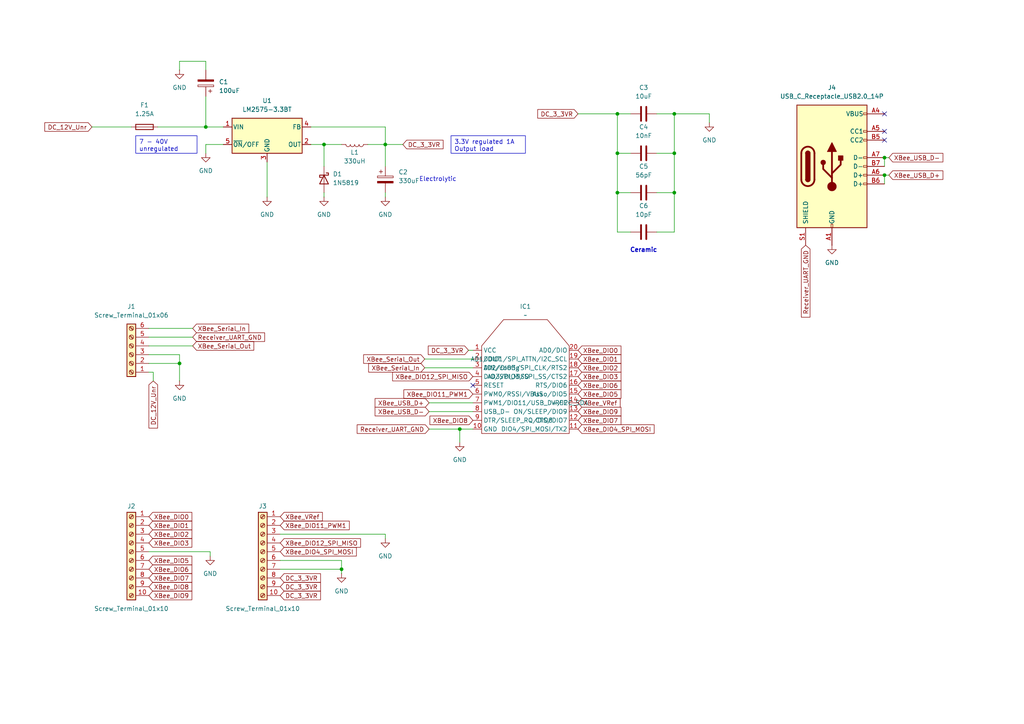
<source format=kicad_sch>
(kicad_sch
	(version 20231120)
	(generator "eeschema")
	(generator_version "8.0")
	(uuid "ec4f4962-6185-4fa5-85be-735bde22b842")
	(paper "A4")
	(title_block
		(title "XBee Carrier Board for Ag GPS Receiver")
		(date "2024-12-29")
		(rev "A")
	)
	(lib_symbols
		(symbol "Connector:Screw_Terminal_01x06"
			(pin_names
				(offset 1.016) hide)
			(exclude_from_sim no)
			(in_bom yes)
			(on_board yes)
			(property "Reference" "J"
				(at 0 7.62 0)
				(effects
					(font
						(size 1.27 1.27)
					)
				)
			)
			(property "Value" "Screw_Terminal_01x06"
				(at 0 -10.16 0)
				(effects
					(font
						(size 1.27 1.27)
					)
				)
			)
			(property "Footprint" ""
				(at 0 0 0)
				(effects
					(font
						(size 1.27 1.27)
					)
					(hide yes)
				)
			)
			(property "Datasheet" "~"
				(at 0 0 0)
				(effects
					(font
						(size 1.27 1.27)
					)
					(hide yes)
				)
			)
			(property "Description" "Generic screw terminal, single row, 01x06, script generated (kicad-library-utils/schlib/autogen/connector/)"
				(at 0 0 0)
				(effects
					(font
						(size 1.27 1.27)
					)
					(hide yes)
				)
			)
			(property "ki_keywords" "screw terminal"
				(at 0 0 0)
				(effects
					(font
						(size 1.27 1.27)
					)
					(hide yes)
				)
			)
			(property "ki_fp_filters" "TerminalBlock*:*"
				(at 0 0 0)
				(effects
					(font
						(size 1.27 1.27)
					)
					(hide yes)
				)
			)
			(symbol "Screw_Terminal_01x06_1_1"
				(rectangle
					(start -1.27 6.35)
					(end 1.27 -8.89)
					(stroke
						(width 0.254)
						(type default)
					)
					(fill
						(type background)
					)
				)
				(circle
					(center 0 -7.62)
					(radius 0.635)
					(stroke
						(width 0.1524)
						(type default)
					)
					(fill
						(type none)
					)
				)
				(circle
					(center 0 -5.08)
					(radius 0.635)
					(stroke
						(width 0.1524)
						(type default)
					)
					(fill
						(type none)
					)
				)
				(circle
					(center 0 -2.54)
					(radius 0.635)
					(stroke
						(width 0.1524)
						(type default)
					)
					(fill
						(type none)
					)
				)
				(polyline
					(pts
						(xy -0.5334 -7.2898) (xy 0.3302 -8.128)
					)
					(stroke
						(width 0.1524)
						(type default)
					)
					(fill
						(type none)
					)
				)
				(polyline
					(pts
						(xy -0.5334 -4.7498) (xy 0.3302 -5.588)
					)
					(stroke
						(width 0.1524)
						(type default)
					)
					(fill
						(type none)
					)
				)
				(polyline
					(pts
						(xy -0.5334 -2.2098) (xy 0.3302 -3.048)
					)
					(stroke
						(width 0.1524)
						(type default)
					)
					(fill
						(type none)
					)
				)
				(polyline
					(pts
						(xy -0.5334 0.3302) (xy 0.3302 -0.508)
					)
					(stroke
						(width 0.1524)
						(type default)
					)
					(fill
						(type none)
					)
				)
				(polyline
					(pts
						(xy -0.5334 2.8702) (xy 0.3302 2.032)
					)
					(stroke
						(width 0.1524)
						(type default)
					)
					(fill
						(type none)
					)
				)
				(polyline
					(pts
						(xy -0.5334 5.4102) (xy 0.3302 4.572)
					)
					(stroke
						(width 0.1524)
						(type default)
					)
					(fill
						(type none)
					)
				)
				(polyline
					(pts
						(xy -0.3556 -7.112) (xy 0.508 -7.9502)
					)
					(stroke
						(width 0.1524)
						(type default)
					)
					(fill
						(type none)
					)
				)
				(polyline
					(pts
						(xy -0.3556 -4.572) (xy 0.508 -5.4102)
					)
					(stroke
						(width 0.1524)
						(type default)
					)
					(fill
						(type none)
					)
				)
				(polyline
					(pts
						(xy -0.3556 -2.032) (xy 0.508 -2.8702)
					)
					(stroke
						(width 0.1524)
						(type default)
					)
					(fill
						(type none)
					)
				)
				(polyline
					(pts
						(xy -0.3556 0.508) (xy 0.508 -0.3302)
					)
					(stroke
						(width 0.1524)
						(type default)
					)
					(fill
						(type none)
					)
				)
				(polyline
					(pts
						(xy -0.3556 3.048) (xy 0.508 2.2098)
					)
					(stroke
						(width 0.1524)
						(type default)
					)
					(fill
						(type none)
					)
				)
				(polyline
					(pts
						(xy -0.3556 5.588) (xy 0.508 4.7498)
					)
					(stroke
						(width 0.1524)
						(type default)
					)
					(fill
						(type none)
					)
				)
				(circle
					(center 0 0)
					(radius 0.635)
					(stroke
						(width 0.1524)
						(type default)
					)
					(fill
						(type none)
					)
				)
				(circle
					(center 0 2.54)
					(radius 0.635)
					(stroke
						(width 0.1524)
						(type default)
					)
					(fill
						(type none)
					)
				)
				(circle
					(center 0 5.08)
					(radius 0.635)
					(stroke
						(width 0.1524)
						(type default)
					)
					(fill
						(type none)
					)
				)
				(pin passive line
					(at -5.08 5.08 0)
					(length 3.81)
					(name "Pin_1"
						(effects
							(font
								(size 1.27 1.27)
							)
						)
					)
					(number "1"
						(effects
							(font
								(size 1.27 1.27)
							)
						)
					)
				)
				(pin passive line
					(at -5.08 2.54 0)
					(length 3.81)
					(name "Pin_2"
						(effects
							(font
								(size 1.27 1.27)
							)
						)
					)
					(number "2"
						(effects
							(font
								(size 1.27 1.27)
							)
						)
					)
				)
				(pin passive line
					(at -5.08 0 0)
					(length 3.81)
					(name "Pin_3"
						(effects
							(font
								(size 1.27 1.27)
							)
						)
					)
					(number "3"
						(effects
							(font
								(size 1.27 1.27)
							)
						)
					)
				)
				(pin passive line
					(at -5.08 -2.54 0)
					(length 3.81)
					(name "Pin_4"
						(effects
							(font
								(size 1.27 1.27)
							)
						)
					)
					(number "4"
						(effects
							(font
								(size 1.27 1.27)
							)
						)
					)
				)
				(pin passive line
					(at -5.08 -5.08 0)
					(length 3.81)
					(name "Pin_5"
						(effects
							(font
								(size 1.27 1.27)
							)
						)
					)
					(number "5"
						(effects
							(font
								(size 1.27 1.27)
							)
						)
					)
				)
				(pin passive line
					(at -5.08 -7.62 0)
					(length 3.81)
					(name "Pin_6"
						(effects
							(font
								(size 1.27 1.27)
							)
						)
					)
					(number "6"
						(effects
							(font
								(size 1.27 1.27)
							)
						)
					)
				)
			)
		)
		(symbol "Connector:Screw_Terminal_01x10"
			(pin_names
				(offset 1.016) hide)
			(exclude_from_sim no)
			(in_bom yes)
			(on_board yes)
			(property "Reference" "J"
				(at 0 12.7 0)
				(effects
					(font
						(size 1.27 1.27)
					)
				)
			)
			(property "Value" "Screw_Terminal_01x10"
				(at 0 -15.24 0)
				(effects
					(font
						(size 1.27 1.27)
					)
				)
			)
			(property "Footprint" ""
				(at 0 0 0)
				(effects
					(font
						(size 1.27 1.27)
					)
					(hide yes)
				)
			)
			(property "Datasheet" "~"
				(at 0 0 0)
				(effects
					(font
						(size 1.27 1.27)
					)
					(hide yes)
				)
			)
			(property "Description" "Generic screw terminal, single row, 01x10, script generated (kicad-library-utils/schlib/autogen/connector/)"
				(at 0 0 0)
				(effects
					(font
						(size 1.27 1.27)
					)
					(hide yes)
				)
			)
			(property "ki_keywords" "screw terminal"
				(at 0 0 0)
				(effects
					(font
						(size 1.27 1.27)
					)
					(hide yes)
				)
			)
			(property "ki_fp_filters" "TerminalBlock*:*"
				(at 0 0 0)
				(effects
					(font
						(size 1.27 1.27)
					)
					(hide yes)
				)
			)
			(symbol "Screw_Terminal_01x10_1_1"
				(rectangle
					(start -1.27 11.43)
					(end 1.27 -13.97)
					(stroke
						(width 0.254)
						(type default)
					)
					(fill
						(type background)
					)
				)
				(circle
					(center 0 -12.7)
					(radius 0.635)
					(stroke
						(width 0.1524)
						(type default)
					)
					(fill
						(type none)
					)
				)
				(circle
					(center 0 -10.16)
					(radius 0.635)
					(stroke
						(width 0.1524)
						(type default)
					)
					(fill
						(type none)
					)
				)
				(circle
					(center 0 -7.62)
					(radius 0.635)
					(stroke
						(width 0.1524)
						(type default)
					)
					(fill
						(type none)
					)
				)
				(circle
					(center 0 -5.08)
					(radius 0.635)
					(stroke
						(width 0.1524)
						(type default)
					)
					(fill
						(type none)
					)
				)
				(circle
					(center 0 -2.54)
					(radius 0.635)
					(stroke
						(width 0.1524)
						(type default)
					)
					(fill
						(type none)
					)
				)
				(polyline
					(pts
						(xy -0.5334 -12.3698) (xy 0.3302 -13.208)
					)
					(stroke
						(width 0.1524)
						(type default)
					)
					(fill
						(type none)
					)
				)
				(polyline
					(pts
						(xy -0.5334 -9.8298) (xy 0.3302 -10.668)
					)
					(stroke
						(width 0.1524)
						(type default)
					)
					(fill
						(type none)
					)
				)
				(polyline
					(pts
						(xy -0.5334 -7.2898) (xy 0.3302 -8.128)
					)
					(stroke
						(width 0.1524)
						(type default)
					)
					(fill
						(type none)
					)
				)
				(polyline
					(pts
						(xy -0.5334 -4.7498) (xy 0.3302 -5.588)
					)
					(stroke
						(width 0.1524)
						(type default)
					)
					(fill
						(type none)
					)
				)
				(polyline
					(pts
						(xy -0.5334 -2.2098) (xy 0.3302 -3.048)
					)
					(stroke
						(width 0.1524)
						(type default)
					)
					(fill
						(type none)
					)
				)
				(polyline
					(pts
						(xy -0.5334 0.3302) (xy 0.3302 -0.508)
					)
					(stroke
						(width 0.1524)
						(type default)
					)
					(fill
						(type none)
					)
				)
				(polyline
					(pts
						(xy -0.5334 2.8702) (xy 0.3302 2.032)
					)
					(stroke
						(width 0.1524)
						(type default)
					)
					(fill
						(type none)
					)
				)
				(polyline
					(pts
						(xy -0.5334 5.4102) (xy 0.3302 4.572)
					)
					(stroke
						(width 0.1524)
						(type default)
					)
					(fill
						(type none)
					)
				)
				(polyline
					(pts
						(xy -0.5334 7.9502) (xy 0.3302 7.112)
					)
					(stroke
						(width 0.1524)
						(type default)
					)
					(fill
						(type none)
					)
				)
				(polyline
					(pts
						(xy -0.5334 10.4902) (xy 0.3302 9.652)
					)
					(stroke
						(width 0.1524)
						(type default)
					)
					(fill
						(type none)
					)
				)
				(polyline
					(pts
						(xy -0.3556 -12.192) (xy 0.508 -13.0302)
					)
					(stroke
						(width 0.1524)
						(type default)
					)
					(fill
						(type none)
					)
				)
				(polyline
					(pts
						(xy -0.3556 -9.652) (xy 0.508 -10.4902)
					)
					(stroke
						(width 0.1524)
						(type default)
					)
					(fill
						(type none)
					)
				)
				(polyline
					(pts
						(xy -0.3556 -7.112) (xy 0.508 -7.9502)
					)
					(stroke
						(width 0.1524)
						(type default)
					)
					(fill
						(type none)
					)
				)
				(polyline
					(pts
						(xy -0.3556 -4.572) (xy 0.508 -5.4102)
					)
					(stroke
						(width 0.1524)
						(type default)
					)
					(fill
						(type none)
					)
				)
				(polyline
					(pts
						(xy -0.3556 -2.032) (xy 0.508 -2.8702)
					)
					(stroke
						(width 0.1524)
						(type default)
					)
					(fill
						(type none)
					)
				)
				(polyline
					(pts
						(xy -0.3556 0.508) (xy 0.508 -0.3302)
					)
					(stroke
						(width 0.1524)
						(type default)
					)
					(fill
						(type none)
					)
				)
				(polyline
					(pts
						(xy -0.3556 3.048) (xy 0.508 2.2098)
					)
					(stroke
						(width 0.1524)
						(type default)
					)
					(fill
						(type none)
					)
				)
				(polyline
					(pts
						(xy -0.3556 5.588) (xy 0.508 4.7498)
					)
					(stroke
						(width 0.1524)
						(type default)
					)
					(fill
						(type none)
					)
				)
				(polyline
					(pts
						(xy -0.3556 8.128) (xy 0.508 7.2898)
					)
					(stroke
						(width 0.1524)
						(type default)
					)
					(fill
						(type none)
					)
				)
				(polyline
					(pts
						(xy -0.3556 10.668) (xy 0.508 9.8298)
					)
					(stroke
						(width 0.1524)
						(type default)
					)
					(fill
						(type none)
					)
				)
				(circle
					(center 0 0)
					(radius 0.635)
					(stroke
						(width 0.1524)
						(type default)
					)
					(fill
						(type none)
					)
				)
				(circle
					(center 0 2.54)
					(radius 0.635)
					(stroke
						(width 0.1524)
						(type default)
					)
					(fill
						(type none)
					)
				)
				(circle
					(center 0 5.08)
					(radius 0.635)
					(stroke
						(width 0.1524)
						(type default)
					)
					(fill
						(type none)
					)
				)
				(circle
					(center 0 7.62)
					(radius 0.635)
					(stroke
						(width 0.1524)
						(type default)
					)
					(fill
						(type none)
					)
				)
				(circle
					(center 0 10.16)
					(radius 0.635)
					(stroke
						(width 0.1524)
						(type default)
					)
					(fill
						(type none)
					)
				)
				(pin passive line
					(at -5.08 10.16 0)
					(length 3.81)
					(name "Pin_1"
						(effects
							(font
								(size 1.27 1.27)
							)
						)
					)
					(number "1"
						(effects
							(font
								(size 1.27 1.27)
							)
						)
					)
				)
				(pin passive line
					(at -5.08 -12.7 0)
					(length 3.81)
					(name "Pin_10"
						(effects
							(font
								(size 1.27 1.27)
							)
						)
					)
					(number "10"
						(effects
							(font
								(size 1.27 1.27)
							)
						)
					)
				)
				(pin passive line
					(at -5.08 7.62 0)
					(length 3.81)
					(name "Pin_2"
						(effects
							(font
								(size 1.27 1.27)
							)
						)
					)
					(number "2"
						(effects
							(font
								(size 1.27 1.27)
							)
						)
					)
				)
				(pin passive line
					(at -5.08 5.08 0)
					(length 3.81)
					(name "Pin_3"
						(effects
							(font
								(size 1.27 1.27)
							)
						)
					)
					(number "3"
						(effects
							(font
								(size 1.27 1.27)
							)
						)
					)
				)
				(pin passive line
					(at -5.08 2.54 0)
					(length 3.81)
					(name "Pin_4"
						(effects
							(font
								(size 1.27 1.27)
							)
						)
					)
					(number "4"
						(effects
							(font
								(size 1.27 1.27)
							)
						)
					)
				)
				(pin passive line
					(at -5.08 0 0)
					(length 3.81)
					(name "Pin_5"
						(effects
							(font
								(size 1.27 1.27)
							)
						)
					)
					(number "5"
						(effects
							(font
								(size 1.27 1.27)
							)
						)
					)
				)
				(pin passive line
					(at -5.08 -2.54 0)
					(length 3.81)
					(name "Pin_6"
						(effects
							(font
								(size 1.27 1.27)
							)
						)
					)
					(number "6"
						(effects
							(font
								(size 1.27 1.27)
							)
						)
					)
				)
				(pin passive line
					(at -5.08 -5.08 0)
					(length 3.81)
					(name "Pin_7"
						(effects
							(font
								(size 1.27 1.27)
							)
						)
					)
					(number "7"
						(effects
							(font
								(size 1.27 1.27)
							)
						)
					)
				)
				(pin passive line
					(at -5.08 -7.62 0)
					(length 3.81)
					(name "Pin_8"
						(effects
							(font
								(size 1.27 1.27)
							)
						)
					)
					(number "8"
						(effects
							(font
								(size 1.27 1.27)
							)
						)
					)
				)
				(pin passive line
					(at -5.08 -10.16 0)
					(length 3.81)
					(name "Pin_9"
						(effects
							(font
								(size 1.27 1.27)
							)
						)
					)
					(number "9"
						(effects
							(font
								(size 1.27 1.27)
							)
						)
					)
				)
			)
		)
		(symbol "Connector:USB_C_Receptacle_USB2.0_14P"
			(pin_names
				(offset 1.016)
			)
			(exclude_from_sim no)
			(in_bom yes)
			(on_board yes)
			(property "Reference" "J"
				(at 0 22.225 0)
				(effects
					(font
						(size 1.27 1.27)
					)
				)
			)
			(property "Value" "USB_C_Receptacle_USB2.0_14P"
				(at 0 19.685 0)
				(effects
					(font
						(size 1.27 1.27)
					)
				)
			)
			(property "Footprint" ""
				(at 3.81 0 0)
				(effects
					(font
						(size 1.27 1.27)
					)
					(hide yes)
				)
			)
			(property "Datasheet" "https://www.usb.org/sites/default/files/documents/usb_type-c.zip"
				(at 3.81 0 0)
				(effects
					(font
						(size 1.27 1.27)
					)
					(hide yes)
				)
			)
			(property "Description" "USB 2.0-only 14P Type-C Receptacle connector"
				(at 0 0 0)
				(effects
					(font
						(size 1.27 1.27)
					)
					(hide yes)
				)
			)
			(property "ki_keywords" "usb universal serial bus type-C USB2.0"
				(at 0 0 0)
				(effects
					(font
						(size 1.27 1.27)
					)
					(hide yes)
				)
			)
			(property "ki_fp_filters" "USB*C*Receptacle*"
				(at 0 0 0)
				(effects
					(font
						(size 1.27 1.27)
					)
					(hide yes)
				)
			)
			(symbol "USB_C_Receptacle_USB2.0_14P_0_0"
				(rectangle
					(start -0.254 -17.78)
					(end 0.254 -16.764)
					(stroke
						(width 0)
						(type default)
					)
					(fill
						(type none)
					)
				)
				(rectangle
					(start 10.16 -4.826)
					(end 9.144 -5.334)
					(stroke
						(width 0)
						(type default)
					)
					(fill
						(type none)
					)
				)
				(rectangle
					(start 10.16 -2.286)
					(end 9.144 -2.794)
					(stroke
						(width 0)
						(type default)
					)
					(fill
						(type none)
					)
				)
				(rectangle
					(start 10.16 0.254)
					(end 9.144 -0.254)
					(stroke
						(width 0)
						(type default)
					)
					(fill
						(type none)
					)
				)
				(rectangle
					(start 10.16 2.794)
					(end 9.144 2.286)
					(stroke
						(width 0)
						(type default)
					)
					(fill
						(type none)
					)
				)
				(rectangle
					(start 10.16 7.874)
					(end 9.144 7.366)
					(stroke
						(width 0)
						(type default)
					)
					(fill
						(type none)
					)
				)
				(rectangle
					(start 10.16 10.414)
					(end 9.144 9.906)
					(stroke
						(width 0)
						(type default)
					)
					(fill
						(type none)
					)
				)
				(rectangle
					(start 10.16 15.494)
					(end 9.144 14.986)
					(stroke
						(width 0)
						(type default)
					)
					(fill
						(type none)
					)
				)
			)
			(symbol "USB_C_Receptacle_USB2.0_14P_0_1"
				(rectangle
					(start -10.16 17.78)
					(end 10.16 -17.78)
					(stroke
						(width 0.254)
						(type default)
					)
					(fill
						(type background)
					)
				)
				(arc
					(start -8.89 -3.81)
					(mid -6.985 -5.7067)
					(end -5.08 -3.81)
					(stroke
						(width 0.508)
						(type default)
					)
					(fill
						(type none)
					)
				)
				(arc
					(start -7.62 -3.81)
					(mid -6.985 -4.4423)
					(end -6.35 -3.81)
					(stroke
						(width 0.254)
						(type default)
					)
					(fill
						(type none)
					)
				)
				(arc
					(start -7.62 -3.81)
					(mid -6.985 -4.4423)
					(end -6.35 -3.81)
					(stroke
						(width 0.254)
						(type default)
					)
					(fill
						(type outline)
					)
				)
				(rectangle
					(start -7.62 -3.81)
					(end -6.35 3.81)
					(stroke
						(width 0.254)
						(type default)
					)
					(fill
						(type outline)
					)
				)
				(arc
					(start -6.35 3.81)
					(mid -6.985 4.4423)
					(end -7.62 3.81)
					(stroke
						(width 0.254)
						(type default)
					)
					(fill
						(type none)
					)
				)
				(arc
					(start -6.35 3.81)
					(mid -6.985 4.4423)
					(end -7.62 3.81)
					(stroke
						(width 0.254)
						(type default)
					)
					(fill
						(type outline)
					)
				)
				(arc
					(start -5.08 3.81)
					(mid -6.985 5.7067)
					(end -8.89 3.81)
					(stroke
						(width 0.508)
						(type default)
					)
					(fill
						(type none)
					)
				)
				(circle
					(center -2.54 1.143)
					(radius 0.635)
					(stroke
						(width 0.254)
						(type default)
					)
					(fill
						(type outline)
					)
				)
				(circle
					(center 0 -5.842)
					(radius 1.27)
					(stroke
						(width 0)
						(type default)
					)
					(fill
						(type outline)
					)
				)
				(polyline
					(pts
						(xy -8.89 -3.81) (xy -8.89 3.81)
					)
					(stroke
						(width 0.508)
						(type default)
					)
					(fill
						(type none)
					)
				)
				(polyline
					(pts
						(xy -5.08 3.81) (xy -5.08 -3.81)
					)
					(stroke
						(width 0.508)
						(type default)
					)
					(fill
						(type none)
					)
				)
				(polyline
					(pts
						(xy 0 -5.842) (xy 0 4.318)
					)
					(stroke
						(width 0.508)
						(type default)
					)
					(fill
						(type none)
					)
				)
				(polyline
					(pts
						(xy 0 -3.302) (xy -2.54 -0.762) (xy -2.54 0.508)
					)
					(stroke
						(width 0.508)
						(type default)
					)
					(fill
						(type none)
					)
				)
				(polyline
					(pts
						(xy 0 -2.032) (xy 2.54 0.508) (xy 2.54 1.778)
					)
					(stroke
						(width 0.508)
						(type default)
					)
					(fill
						(type none)
					)
				)
				(polyline
					(pts
						(xy -1.27 4.318) (xy 0 6.858) (xy 1.27 4.318) (xy -1.27 4.318)
					)
					(stroke
						(width 0.254)
						(type default)
					)
					(fill
						(type outline)
					)
				)
				(rectangle
					(start 1.905 1.778)
					(end 3.175 3.048)
					(stroke
						(width 0.254)
						(type default)
					)
					(fill
						(type outline)
					)
				)
			)
			(symbol "USB_C_Receptacle_USB2.0_14P_1_1"
				(pin passive line
					(at 0 -22.86 90)
					(length 5.08)
					(name "GND"
						(effects
							(font
								(size 1.27 1.27)
							)
						)
					)
					(number "A1"
						(effects
							(font
								(size 1.27 1.27)
							)
						)
					)
				)
				(pin passive line
					(at 0 -22.86 90)
					(length 5.08) hide
					(name "GND"
						(effects
							(font
								(size 1.27 1.27)
							)
						)
					)
					(number "A12"
						(effects
							(font
								(size 1.27 1.27)
							)
						)
					)
				)
				(pin passive line
					(at 15.24 15.24 180)
					(length 5.08)
					(name "VBUS"
						(effects
							(font
								(size 1.27 1.27)
							)
						)
					)
					(number "A4"
						(effects
							(font
								(size 1.27 1.27)
							)
						)
					)
				)
				(pin bidirectional line
					(at 15.24 10.16 180)
					(length 5.08)
					(name "CC1"
						(effects
							(font
								(size 1.27 1.27)
							)
						)
					)
					(number "A5"
						(effects
							(font
								(size 1.27 1.27)
							)
						)
					)
				)
				(pin bidirectional line
					(at 15.24 -2.54 180)
					(length 5.08)
					(name "D+"
						(effects
							(font
								(size 1.27 1.27)
							)
						)
					)
					(number "A6"
						(effects
							(font
								(size 1.27 1.27)
							)
						)
					)
				)
				(pin bidirectional line
					(at 15.24 2.54 180)
					(length 5.08)
					(name "D-"
						(effects
							(font
								(size 1.27 1.27)
							)
						)
					)
					(number "A7"
						(effects
							(font
								(size 1.27 1.27)
							)
						)
					)
				)
				(pin passive line
					(at 15.24 15.24 180)
					(length 5.08) hide
					(name "VBUS"
						(effects
							(font
								(size 1.27 1.27)
							)
						)
					)
					(number "A9"
						(effects
							(font
								(size 1.27 1.27)
							)
						)
					)
				)
				(pin passive line
					(at 0 -22.86 90)
					(length 5.08) hide
					(name "GND"
						(effects
							(font
								(size 1.27 1.27)
							)
						)
					)
					(number "B1"
						(effects
							(font
								(size 1.27 1.27)
							)
						)
					)
				)
				(pin passive line
					(at 0 -22.86 90)
					(length 5.08) hide
					(name "GND"
						(effects
							(font
								(size 1.27 1.27)
							)
						)
					)
					(number "B12"
						(effects
							(font
								(size 1.27 1.27)
							)
						)
					)
				)
				(pin passive line
					(at 15.24 15.24 180)
					(length 5.08) hide
					(name "VBUS"
						(effects
							(font
								(size 1.27 1.27)
							)
						)
					)
					(number "B4"
						(effects
							(font
								(size 1.27 1.27)
							)
						)
					)
				)
				(pin bidirectional line
					(at 15.24 7.62 180)
					(length 5.08)
					(name "CC2"
						(effects
							(font
								(size 1.27 1.27)
							)
						)
					)
					(number "B5"
						(effects
							(font
								(size 1.27 1.27)
							)
						)
					)
				)
				(pin bidirectional line
					(at 15.24 -5.08 180)
					(length 5.08)
					(name "D+"
						(effects
							(font
								(size 1.27 1.27)
							)
						)
					)
					(number "B6"
						(effects
							(font
								(size 1.27 1.27)
							)
						)
					)
				)
				(pin bidirectional line
					(at 15.24 0 180)
					(length 5.08)
					(name "D-"
						(effects
							(font
								(size 1.27 1.27)
							)
						)
					)
					(number "B7"
						(effects
							(font
								(size 1.27 1.27)
							)
						)
					)
				)
				(pin passive line
					(at 15.24 15.24 180)
					(length 5.08) hide
					(name "VBUS"
						(effects
							(font
								(size 1.27 1.27)
							)
						)
					)
					(number "B9"
						(effects
							(font
								(size 1.27 1.27)
							)
						)
					)
				)
				(pin passive line
					(at -7.62 -22.86 90)
					(length 5.08)
					(name "SHIELD"
						(effects
							(font
								(size 1.27 1.27)
							)
						)
					)
					(number "S1"
						(effects
							(font
								(size 1.27 1.27)
							)
						)
					)
				)
			)
		)
		(symbol "Custom:Xbee_3"
			(exclude_from_sim no)
			(in_bom yes)
			(on_board yes)
			(property "Reference" "IC"
				(at 0 -4.826 0)
				(effects
					(font
						(size 1.27 1.27)
					)
				)
			)
			(property "Value" ""
				(at 0 0 0)
				(effects
					(font
						(size 1.27 1.27)
					)
				)
			)
			(property "Footprint" ""
				(at 0 0 0)
				(effects
					(font
						(size 1.27 1.27)
					)
					(hide yes)
				)
			)
			(property "Datasheet" ""
				(at 0 0 0)
				(effects
					(font
						(size 1.27 1.27)
					)
					(hide yes)
				)
			)
			(property "Description" ""
				(at 0 0 0)
				(effects
					(font
						(size 1.27 1.27)
					)
					(hide yes)
				)
			)
			(symbol "Xbee_3_0_1"
				(polyline
					(pts
						(xy -12.7 0) (xy 12.7 0) (xy 12.7 25.4) (xy 6.35 33.02) (xy -6.35 33.02) (xy -12.7 25.4) (xy -12.7 0)
					)
					(stroke
						(width 0)
						(type default)
					)
					(fill
						(type none)
					)
				)
			)
			(symbol "Xbee_3_1_1"
				(pin power_in line
					(at -15.24 24.13 0)
					(length 2.54)
					(name "VCC"
						(effects
							(font
								(size 1.27 1.27)
							)
						)
					)
					(number "1"
						(effects
							(font
								(size 1.27 1.27)
							)
						)
					)
				)
				(pin passive line
					(at -15.24 1.27 0)
					(length 2.54)
					(name "GND"
						(effects
							(font
								(size 1.27 1.27)
							)
						)
					)
					(number "10"
						(effects
							(font
								(size 1.27 1.27)
							)
						)
					)
				)
				(pin unspecified line
					(at 15.24 1.27 180)
					(length 2.54)
					(name "DIO4/SPI_MOSI/TX2"
						(effects
							(font
								(size 1.27 1.27)
							)
						)
					)
					(number "11"
						(effects
							(font
								(size 1.27 1.27)
							)
						)
					)
				)
				(pin unspecified line
					(at 15.24 3.81 180)
					(length 2.54)
					(name "CTS/DIO7"
						(effects
							(font
								(size 1.27 1.27)
							)
						)
					)
					(number "12"
						(effects
							(font
								(size 1.27 1.27)
							)
						)
					)
				)
				(pin output line
					(at 15.24 6.35 180)
					(length 2.54)
					(name "ON/SLEEP/DIO9"
						(effects
							(font
								(size 1.27 1.27)
							)
						)
					)
					(number "13"
						(effects
							(font
								(size 1.27 1.27)
							)
						)
					)
				)
				(pin passive line
					(at 15.24 8.89 180)
					(length 2.54)
					(name "VREF"
						(effects
							(font
								(size 1.27 1.27)
							)
						)
					)
					(number "14"
						(effects
							(font
								(size 1.27 1.27)
							)
						)
					)
				)
				(pin unspecified line
					(at 15.24 11.43 180)
					(length 2.54)
					(name "Asso/DIO5"
						(effects
							(font
								(size 1.27 1.27)
							)
						)
					)
					(number "15"
						(effects
							(font
								(size 1.27 1.27)
							)
						)
					)
				)
				(pin unspecified line
					(at 15.24 13.97 180)
					(length 2.54)
					(name "RTS/DIO6"
						(effects
							(font
								(size 1.27 1.27)
							)
						)
					)
					(number "16"
						(effects
							(font
								(size 1.27 1.27)
							)
						)
					)
				)
				(pin unspecified line
					(at 15.24 16.51 180)
					(length 2.54)
					(name "AD3/DIO3/SPI_SS/CTS2"
						(effects
							(font
								(size 1.27 1.27)
							)
						)
					)
					(number "17"
						(effects
							(font
								(size 1.27 1.27)
							)
						)
					)
				)
				(pin unspecified line
					(at 15.24 19.05 180)
					(length 2.54)
					(name "AD2/DIO3/SPI_CLK/RTS2"
						(effects
							(font
								(size 1.27 1.27)
							)
						)
					)
					(number "18"
						(effects
							(font
								(size 1.27 1.27)
							)
						)
					)
				)
				(pin unspecified line
					(at 15.24 21.59 180)
					(length 2.54)
					(name "AD1/DIO1/SPI_ATTN/I2C_SCL"
						(effects
							(font
								(size 1.27 1.27)
							)
						)
					)
					(number "19"
						(effects
							(font
								(size 1.27 1.27)
							)
						)
					)
				)
				(pin output line
					(at -15.24 21.59 0)
					(length 2.54)
					(name "DOUT"
						(effects
							(font
								(size 1.27 1.27)
							)
						)
					)
					(number "2"
						(effects
							(font
								(size 1.27 1.27)
							)
						)
					)
				)
				(pin unspecified line
					(at 15.24 24.13 180)
					(length 2.54)
					(name "AD0/DIO"
						(effects
							(font
								(size 1.27 1.27)
							)
						)
					)
					(number "20"
						(effects
							(font
								(size 1.27 1.27)
							)
						)
					)
				)
				(pin input line
					(at -15.24 19.05 0)
					(length 2.54)
					(name "DIN/config"
						(effects
							(font
								(size 1.27 1.27)
							)
						)
					)
					(number "3"
						(effects
							(font
								(size 1.27 1.27)
							)
						)
					)
				)
				(pin bidirectional line
					(at -15.24 16.51 0)
					(length 2.54)
					(name "DIO/SPI_MISO"
						(effects
							(font
								(size 1.27 1.27)
							)
						)
					)
					(number "4"
						(effects
							(font
								(size 1.27 1.27)
							)
						)
					)
				)
				(pin input line
					(at -15.24 13.97 0)
					(length 2.54)
					(name "RESET"
						(effects
							(font
								(size 1.27 1.27)
							)
						)
					)
					(number "5"
						(effects
							(font
								(size 1.27 1.27)
							)
						)
					)
				)
				(pin bidirectional line
					(at -15.24 11.43 0)
					(length 2.54)
					(name "PWM0/RSSI/VBUS"
						(effects
							(font
								(size 1.27 1.27)
							)
						)
					)
					(number "6"
						(effects
							(font
								(size 1.27 1.27)
							)
						)
					)
				)
				(pin unspecified line
					(at -15.24 8.89 0)
					(length 2.54)
					(name "PWM1/DIO11/USB_D+/I2C_SDA"
						(effects
							(font
								(size 1.27 1.27)
							)
						)
					)
					(number "7"
						(effects
							(font
								(size 1.27 1.27)
							)
						)
					)
				)
				(pin unspecified line
					(at -15.24 6.35 0)
					(length 2.54)
					(name "USB_D-"
						(effects
							(font
								(size 1.27 1.27)
							)
						)
					)
					(number "8"
						(effects
							(font
								(size 1.27 1.27)
							)
						)
					)
				)
				(pin unspecified line
					(at -15.24 3.81 0)
					(length 2.54)
					(name "DTR/SLEEP_RQ/DIO8"
						(effects
							(font
								(size 1.27 1.27)
							)
						)
					)
					(number "9"
						(effects
							(font
								(size 1.27 1.27)
							)
						)
					)
				)
			)
		)
		(symbol "Device:C"
			(pin_numbers hide)
			(pin_names
				(offset 0.254)
			)
			(exclude_from_sim no)
			(in_bom yes)
			(on_board yes)
			(property "Reference" "C"
				(at 0.635 2.54 0)
				(effects
					(font
						(size 1.27 1.27)
					)
					(justify left)
				)
			)
			(property "Value" "C"
				(at 0.635 -2.54 0)
				(effects
					(font
						(size 1.27 1.27)
					)
					(justify left)
				)
			)
			(property "Footprint" ""
				(at 0.9652 -3.81 0)
				(effects
					(font
						(size 1.27 1.27)
					)
					(hide yes)
				)
			)
			(property "Datasheet" "~"
				(at 0 0 0)
				(effects
					(font
						(size 1.27 1.27)
					)
					(hide yes)
				)
			)
			(property "Description" "Unpolarized capacitor"
				(at 0 0 0)
				(effects
					(font
						(size 1.27 1.27)
					)
					(hide yes)
				)
			)
			(property "ki_keywords" "cap capacitor"
				(at 0 0 0)
				(effects
					(font
						(size 1.27 1.27)
					)
					(hide yes)
				)
			)
			(property "ki_fp_filters" "C_*"
				(at 0 0 0)
				(effects
					(font
						(size 1.27 1.27)
					)
					(hide yes)
				)
			)
			(symbol "C_0_1"
				(polyline
					(pts
						(xy -2.032 -0.762) (xy 2.032 -0.762)
					)
					(stroke
						(width 0.508)
						(type default)
					)
					(fill
						(type none)
					)
				)
				(polyline
					(pts
						(xy -2.032 0.762) (xy 2.032 0.762)
					)
					(stroke
						(width 0.508)
						(type default)
					)
					(fill
						(type none)
					)
				)
			)
			(symbol "C_1_1"
				(pin passive line
					(at 0 3.81 270)
					(length 2.794)
					(name "~"
						(effects
							(font
								(size 1.27 1.27)
							)
						)
					)
					(number "1"
						(effects
							(font
								(size 1.27 1.27)
							)
						)
					)
				)
				(pin passive line
					(at 0 -3.81 90)
					(length 2.794)
					(name "~"
						(effects
							(font
								(size 1.27 1.27)
							)
						)
					)
					(number "2"
						(effects
							(font
								(size 1.27 1.27)
							)
						)
					)
				)
			)
		)
		(symbol "Device:C_Polarized"
			(pin_numbers hide)
			(pin_names
				(offset 0.254)
			)
			(exclude_from_sim no)
			(in_bom yes)
			(on_board yes)
			(property "Reference" "C"
				(at 0.635 2.54 0)
				(effects
					(font
						(size 1.27 1.27)
					)
					(justify left)
				)
			)
			(property "Value" "C_Polarized"
				(at 0.635 -2.54 0)
				(effects
					(font
						(size 1.27 1.27)
					)
					(justify left)
				)
			)
			(property "Footprint" ""
				(at 0.9652 -3.81 0)
				(effects
					(font
						(size 1.27 1.27)
					)
					(hide yes)
				)
			)
			(property "Datasheet" "~"
				(at 0 0 0)
				(effects
					(font
						(size 1.27 1.27)
					)
					(hide yes)
				)
			)
			(property "Description" "Polarized capacitor"
				(at 0 0 0)
				(effects
					(font
						(size 1.27 1.27)
					)
					(hide yes)
				)
			)
			(property "ki_keywords" "cap capacitor"
				(at 0 0 0)
				(effects
					(font
						(size 1.27 1.27)
					)
					(hide yes)
				)
			)
			(property "ki_fp_filters" "CP_*"
				(at 0 0 0)
				(effects
					(font
						(size 1.27 1.27)
					)
					(hide yes)
				)
			)
			(symbol "C_Polarized_0_1"
				(rectangle
					(start -2.286 0.508)
					(end 2.286 1.016)
					(stroke
						(width 0)
						(type default)
					)
					(fill
						(type none)
					)
				)
				(polyline
					(pts
						(xy -1.778 2.286) (xy -0.762 2.286)
					)
					(stroke
						(width 0)
						(type default)
					)
					(fill
						(type none)
					)
				)
				(polyline
					(pts
						(xy -1.27 2.794) (xy -1.27 1.778)
					)
					(stroke
						(width 0)
						(type default)
					)
					(fill
						(type none)
					)
				)
				(rectangle
					(start 2.286 -0.508)
					(end -2.286 -1.016)
					(stroke
						(width 0)
						(type default)
					)
					(fill
						(type outline)
					)
				)
			)
			(symbol "C_Polarized_1_1"
				(pin passive line
					(at 0 3.81 270)
					(length 2.794)
					(name "~"
						(effects
							(font
								(size 1.27 1.27)
							)
						)
					)
					(number "1"
						(effects
							(font
								(size 1.27 1.27)
							)
						)
					)
				)
				(pin passive line
					(at 0 -3.81 90)
					(length 2.794)
					(name "~"
						(effects
							(font
								(size 1.27 1.27)
							)
						)
					)
					(number "2"
						(effects
							(font
								(size 1.27 1.27)
							)
						)
					)
				)
			)
		)
		(symbol "Device:Fuse"
			(pin_numbers hide)
			(pin_names
				(offset 0)
			)
			(exclude_from_sim no)
			(in_bom yes)
			(on_board yes)
			(property "Reference" "F"
				(at 2.032 0 90)
				(effects
					(font
						(size 1.27 1.27)
					)
				)
			)
			(property "Value" "Fuse"
				(at -1.905 0 90)
				(effects
					(font
						(size 1.27 1.27)
					)
				)
			)
			(property "Footprint" ""
				(at -1.778 0 90)
				(effects
					(font
						(size 1.27 1.27)
					)
					(hide yes)
				)
			)
			(property "Datasheet" "~"
				(at 0 0 0)
				(effects
					(font
						(size 1.27 1.27)
					)
					(hide yes)
				)
			)
			(property "Description" "Fuse"
				(at 0 0 0)
				(effects
					(font
						(size 1.27 1.27)
					)
					(hide yes)
				)
			)
			(property "ki_keywords" "fuse"
				(at 0 0 0)
				(effects
					(font
						(size 1.27 1.27)
					)
					(hide yes)
				)
			)
			(property "ki_fp_filters" "*Fuse*"
				(at 0 0 0)
				(effects
					(font
						(size 1.27 1.27)
					)
					(hide yes)
				)
			)
			(symbol "Fuse_0_1"
				(rectangle
					(start -0.762 -2.54)
					(end 0.762 2.54)
					(stroke
						(width 0.254)
						(type default)
					)
					(fill
						(type none)
					)
				)
				(polyline
					(pts
						(xy 0 2.54) (xy 0 -2.54)
					)
					(stroke
						(width 0)
						(type default)
					)
					(fill
						(type none)
					)
				)
			)
			(symbol "Fuse_1_1"
				(pin passive line
					(at 0 3.81 270)
					(length 1.27)
					(name "~"
						(effects
							(font
								(size 1.27 1.27)
							)
						)
					)
					(number "1"
						(effects
							(font
								(size 1.27 1.27)
							)
						)
					)
				)
				(pin passive line
					(at 0 -3.81 90)
					(length 1.27)
					(name "~"
						(effects
							(font
								(size 1.27 1.27)
							)
						)
					)
					(number "2"
						(effects
							(font
								(size 1.27 1.27)
							)
						)
					)
				)
			)
		)
		(symbol "Device:L"
			(pin_numbers hide)
			(pin_names
				(offset 1.016) hide)
			(exclude_from_sim no)
			(in_bom yes)
			(on_board yes)
			(property "Reference" "L"
				(at -1.27 0 90)
				(effects
					(font
						(size 1.27 1.27)
					)
				)
			)
			(property "Value" "L"
				(at 1.905 0 90)
				(effects
					(font
						(size 1.27 1.27)
					)
				)
			)
			(property "Footprint" ""
				(at 0 0 0)
				(effects
					(font
						(size 1.27 1.27)
					)
					(hide yes)
				)
			)
			(property "Datasheet" "~"
				(at 0 0 0)
				(effects
					(font
						(size 1.27 1.27)
					)
					(hide yes)
				)
			)
			(property "Description" "Inductor"
				(at 0 0 0)
				(effects
					(font
						(size 1.27 1.27)
					)
					(hide yes)
				)
			)
			(property "ki_keywords" "inductor choke coil reactor magnetic"
				(at 0 0 0)
				(effects
					(font
						(size 1.27 1.27)
					)
					(hide yes)
				)
			)
			(property "ki_fp_filters" "Choke_* *Coil* Inductor_* L_*"
				(at 0 0 0)
				(effects
					(font
						(size 1.27 1.27)
					)
					(hide yes)
				)
			)
			(symbol "L_0_1"
				(arc
					(start 0 -2.54)
					(mid 0.6323 -1.905)
					(end 0 -1.27)
					(stroke
						(width 0)
						(type default)
					)
					(fill
						(type none)
					)
				)
				(arc
					(start 0 -1.27)
					(mid 0.6323 -0.635)
					(end 0 0)
					(stroke
						(width 0)
						(type default)
					)
					(fill
						(type none)
					)
				)
				(arc
					(start 0 0)
					(mid 0.6323 0.635)
					(end 0 1.27)
					(stroke
						(width 0)
						(type default)
					)
					(fill
						(type none)
					)
				)
				(arc
					(start 0 1.27)
					(mid 0.6323 1.905)
					(end 0 2.54)
					(stroke
						(width 0)
						(type default)
					)
					(fill
						(type none)
					)
				)
			)
			(symbol "L_1_1"
				(pin passive line
					(at 0 3.81 270)
					(length 1.27)
					(name "1"
						(effects
							(font
								(size 1.27 1.27)
							)
						)
					)
					(number "1"
						(effects
							(font
								(size 1.27 1.27)
							)
						)
					)
				)
				(pin passive line
					(at 0 -3.81 90)
					(length 1.27)
					(name "2"
						(effects
							(font
								(size 1.27 1.27)
							)
						)
					)
					(number "2"
						(effects
							(font
								(size 1.27 1.27)
							)
						)
					)
				)
			)
		)
		(symbol "Diode:1N5819"
			(pin_numbers hide)
			(pin_names
				(offset 1.016) hide)
			(exclude_from_sim no)
			(in_bom yes)
			(on_board yes)
			(property "Reference" "D"
				(at 0 2.54 0)
				(effects
					(font
						(size 1.27 1.27)
					)
				)
			)
			(property "Value" "1N5819"
				(at 0 -2.54 0)
				(effects
					(font
						(size 1.27 1.27)
					)
				)
			)
			(property "Footprint" "Diode_THT:D_DO-41_SOD81_P10.16mm_Horizontal"
				(at 0 -4.445 0)
				(effects
					(font
						(size 1.27 1.27)
					)
					(hide yes)
				)
			)
			(property "Datasheet" "http://www.vishay.com/docs/88525/1n5817.pdf"
				(at 0 0 0)
				(effects
					(font
						(size 1.27 1.27)
					)
					(hide yes)
				)
			)
			(property "Description" "40V 1A Schottky Barrier Rectifier Diode, DO-41"
				(at 0 0 0)
				(effects
					(font
						(size 1.27 1.27)
					)
					(hide yes)
				)
			)
			(property "ki_keywords" "diode Schottky"
				(at 0 0 0)
				(effects
					(font
						(size 1.27 1.27)
					)
					(hide yes)
				)
			)
			(property "ki_fp_filters" "D*DO?41*"
				(at 0 0 0)
				(effects
					(font
						(size 1.27 1.27)
					)
					(hide yes)
				)
			)
			(symbol "1N5819_0_1"
				(polyline
					(pts
						(xy 1.27 0) (xy -1.27 0)
					)
					(stroke
						(width 0)
						(type default)
					)
					(fill
						(type none)
					)
				)
				(polyline
					(pts
						(xy 1.27 1.27) (xy 1.27 -1.27) (xy -1.27 0) (xy 1.27 1.27)
					)
					(stroke
						(width 0.254)
						(type default)
					)
					(fill
						(type none)
					)
				)
				(polyline
					(pts
						(xy -1.905 0.635) (xy -1.905 1.27) (xy -1.27 1.27) (xy -1.27 -1.27) (xy -0.635 -1.27) (xy -0.635 -0.635)
					)
					(stroke
						(width 0.254)
						(type default)
					)
					(fill
						(type none)
					)
				)
			)
			(symbol "1N5819_1_1"
				(pin passive line
					(at -3.81 0 0)
					(length 2.54)
					(name "K"
						(effects
							(font
								(size 1.27 1.27)
							)
						)
					)
					(number "1"
						(effects
							(font
								(size 1.27 1.27)
							)
						)
					)
				)
				(pin passive line
					(at 3.81 0 180)
					(length 2.54)
					(name "A"
						(effects
							(font
								(size 1.27 1.27)
							)
						)
					)
					(number "2"
						(effects
							(font
								(size 1.27 1.27)
							)
						)
					)
				)
			)
		)
		(symbol "Regulator_Switching:LM2575-3.3BT"
			(pin_names
				(offset 0.254)
			)
			(exclude_from_sim no)
			(in_bom yes)
			(on_board yes)
			(property "Reference" "U"
				(at -10.16 6.35 0)
				(effects
					(font
						(size 1.27 1.27)
					)
					(justify left)
				)
			)
			(property "Value" "LM2575-3.3BT"
				(at 0 6.35 0)
				(effects
					(font
						(size 1.27 1.27)
					)
					(justify left)
				)
			)
			(property "Footprint" "Package_TO_SOT_THT:TO-220-5_Vertical"
				(at 0 -6.35 0)
				(effects
					(font
						(size 1.27 1.27)
						(italic yes)
					)
					(justify left)
					(hide yes)
				)
			)
			(property "Datasheet" "http://ww1.microchip.com/downloads/en/DeviceDoc/lm2575.pdf"
				(at 0 0 0)
				(effects
					(font
						(size 1.27 1.27)
					)
					(hide yes)
				)
			)
			(property "Description" "Fixed 3.3V 52kHz Simple 1A Buck Regulator, TO-220-5"
				(at 0 0 0)
				(effects
					(font
						(size 1.27 1.27)
					)
					(hide yes)
				)
			)
			(property "ki_keywords" "Buck regulator Switcher"
				(at 0 0 0)
				(effects
					(font
						(size 1.27 1.27)
					)
					(hide yes)
				)
			)
			(property "ki_fp_filters" "TO?220*"
				(at 0 0 0)
				(effects
					(font
						(size 1.27 1.27)
					)
					(hide yes)
				)
			)
			(symbol "LM2575-3.3BT_0_1"
				(rectangle
					(start -10.16 5.08)
					(end 10.16 -5.08)
					(stroke
						(width 0.254)
						(type default)
					)
					(fill
						(type background)
					)
				)
			)
			(symbol "LM2575-3.3BT_1_1"
				(pin power_in line
					(at -12.7 2.54 0)
					(length 2.54)
					(name "VIN"
						(effects
							(font
								(size 1.27 1.27)
							)
						)
					)
					(number "1"
						(effects
							(font
								(size 1.27 1.27)
							)
						)
					)
				)
				(pin output line
					(at 12.7 -2.54 180)
					(length 2.54)
					(name "OUT"
						(effects
							(font
								(size 1.27 1.27)
							)
						)
					)
					(number "2"
						(effects
							(font
								(size 1.27 1.27)
							)
						)
					)
				)
				(pin power_in line
					(at 0 -7.62 90)
					(length 2.54)
					(name "GND"
						(effects
							(font
								(size 1.27 1.27)
							)
						)
					)
					(number "3"
						(effects
							(font
								(size 1.27 1.27)
							)
						)
					)
				)
				(pin input line
					(at 12.7 2.54 180)
					(length 2.54)
					(name "FB"
						(effects
							(font
								(size 1.27 1.27)
							)
						)
					)
					(number "4"
						(effects
							(font
								(size 1.27 1.27)
							)
						)
					)
				)
				(pin input line
					(at -12.7 -2.54 0)
					(length 2.54)
					(name "~{ON}/OFF"
						(effects
							(font
								(size 1.27 1.27)
							)
						)
					)
					(number "5"
						(effects
							(font
								(size 1.27 1.27)
							)
						)
					)
				)
			)
		)
		(symbol "power:GND"
			(power)
			(pin_numbers hide)
			(pin_names
				(offset 0) hide)
			(exclude_from_sim no)
			(in_bom yes)
			(on_board yes)
			(property "Reference" "#PWR"
				(at 0 -6.35 0)
				(effects
					(font
						(size 1.27 1.27)
					)
					(hide yes)
				)
			)
			(property "Value" "GND"
				(at 0 -3.81 0)
				(effects
					(font
						(size 1.27 1.27)
					)
				)
			)
			(property "Footprint" ""
				(at 0 0 0)
				(effects
					(font
						(size 1.27 1.27)
					)
					(hide yes)
				)
			)
			(property "Datasheet" ""
				(at 0 0 0)
				(effects
					(font
						(size 1.27 1.27)
					)
					(hide yes)
				)
			)
			(property "Description" "Power symbol creates a global label with name \"GND\" , ground"
				(at 0 0 0)
				(effects
					(font
						(size 1.27 1.27)
					)
					(hide yes)
				)
			)
			(property "ki_keywords" "global power"
				(at 0 0 0)
				(effects
					(font
						(size 1.27 1.27)
					)
					(hide yes)
				)
			)
			(symbol "GND_0_1"
				(polyline
					(pts
						(xy 0 0) (xy 0 -1.27) (xy 1.27 -1.27) (xy 0 -2.54) (xy -1.27 -1.27) (xy 0 -1.27)
					)
					(stroke
						(width 0)
						(type default)
					)
					(fill
						(type none)
					)
				)
			)
			(symbol "GND_1_1"
				(pin power_in line
					(at 0 0 270)
					(length 0)
					(name "~"
						(effects
							(font
								(size 1.27 1.27)
							)
						)
					)
					(number "1"
						(effects
							(font
								(size 1.27 1.27)
							)
						)
					)
				)
			)
		)
	)
	(junction
		(at 99.06 165.1)
		(diameter 0)
		(color 0 0 0 0)
		(uuid "03e4899f-2aeb-4a18-8b87-8799d91e9513")
	)
	(junction
		(at 93.98 41.91)
		(diameter 0)
		(color 0 0 0 0)
		(uuid "05ef6670-7041-4b3f-8cca-874216b18bc2")
	)
	(junction
		(at 256.54 50.8)
		(diameter 0)
		(color 0 0 0 0)
		(uuid "163ea34b-61f3-415d-a2c8-23a050a15f85")
	)
	(junction
		(at 111.76 41.91)
		(diameter 0)
		(color 0 0 0 0)
		(uuid "3d3b14a8-fbaa-47c2-91f5-40321240ee99")
	)
	(junction
		(at 179.07 33.02)
		(diameter 0)
		(color 0 0 0 0)
		(uuid "4fd6ee61-620b-4f21-a2c1-c05d62907b47")
	)
	(junction
		(at 256.54 45.72)
		(diameter 0)
		(color 0 0 0 0)
		(uuid "55d8fc7b-87ba-49de-b587-a7c52ad7bff0")
	)
	(junction
		(at 52.07 105.41)
		(diameter 0)
		(color 0 0 0 0)
		(uuid "581716b1-e586-4412-bc11-dddb639a4409")
	)
	(junction
		(at 59.69 36.83)
		(diameter 0)
		(color 0 0 0 0)
		(uuid "7c789abe-5fce-479b-b904-05bd9eb7b95a")
	)
	(junction
		(at 195.58 33.02)
		(diameter 0)
		(color 0 0 0 0)
		(uuid "9529d4d4-86e5-486e-b75a-e9bd0c3efcd7")
	)
	(junction
		(at 179.07 44.45)
		(diameter 0)
		(color 0 0 0 0)
		(uuid "c7c15703-ea67-4b7a-8914-809a634b2f11")
	)
	(junction
		(at 195.58 55.88)
		(diameter 0)
		(color 0 0 0 0)
		(uuid "c8f30528-0794-4ad7-8d5c-9567fd5c05ee")
	)
	(junction
		(at 133.35 124.46)
		(diameter 0)
		(color 0 0 0 0)
		(uuid "c96d5232-4062-440e-983e-8d85a8762729")
	)
	(junction
		(at 179.07 55.88)
		(diameter 0)
		(color 0 0 0 0)
		(uuid "d3521cee-954f-4783-b2b8-e0f819918195")
	)
	(junction
		(at 195.58 44.45)
		(diameter 0)
		(color 0 0 0 0)
		(uuid "ec6e8ec9-5dde-47ae-94fd-6766b22b9611")
	)
	(no_connect
		(at 256.54 38.1)
		(uuid "3fd5b976-22a7-4b96-ab4a-e995af06690b")
	)
	(no_connect
		(at 256.54 40.64)
		(uuid "909d5845-a109-473b-93a6-2a2ae561501c")
	)
	(no_connect
		(at 137.16 111.76)
		(uuid "a5b2480f-2b5f-4b9b-a1ee-70e0128c7606")
	)
	(no_connect
		(at 256.54 33.02)
		(uuid "fecfaf94-34b6-495a-9f6c-3347a582e9ee")
	)
	(wire
		(pts
			(xy 179.07 33.02) (xy 182.88 33.02)
		)
		(stroke
			(width 0)
			(type default)
		)
		(uuid "01aa6c42-5884-46f5-be49-4c1975474dd1")
	)
	(wire
		(pts
			(xy 26.67 36.83) (xy 38.1 36.83)
		)
		(stroke
			(width 0)
			(type default)
		)
		(uuid "0b1ccb9e-de5e-46ca-853a-9bd0a9e72780")
	)
	(wire
		(pts
			(xy 257.81 50.8) (xy 256.54 50.8)
		)
		(stroke
			(width 0)
			(type default)
		)
		(uuid "11c3c90d-d697-404a-bd32-11d088138bfa")
	)
	(wire
		(pts
			(xy 133.35 128.27) (xy 133.35 124.46)
		)
		(stroke
			(width 0)
			(type default)
		)
		(uuid "2846ddef-b337-44a7-bf63-53ed5edd3876")
	)
	(wire
		(pts
			(xy 111.76 41.91) (xy 116.84 41.91)
		)
		(stroke
			(width 0)
			(type default)
		)
		(uuid "2a056c4f-88e2-40b4-8ec7-ede48eec896a")
	)
	(wire
		(pts
			(xy 55.88 97.79) (xy 43.18 97.79)
		)
		(stroke
			(width 0)
			(type default)
		)
		(uuid "2f77cd45-77f6-4419-82dc-b81d85747b3a")
	)
	(wire
		(pts
			(xy 43.18 102.87) (xy 52.07 102.87)
		)
		(stroke
			(width 0)
			(type default)
		)
		(uuid "3219d398-4458-46fc-9028-e9028072e752")
	)
	(wire
		(pts
			(xy 179.07 44.45) (xy 182.88 44.45)
		)
		(stroke
			(width 0)
			(type default)
		)
		(uuid "34f83cca-80f9-4b58-8ca8-9afa748d67ea")
	)
	(wire
		(pts
			(xy 45.72 36.83) (xy 59.69 36.83)
		)
		(stroke
			(width 0)
			(type default)
		)
		(uuid "37f3d011-3167-482d-bb1d-83e2ba0a420f")
	)
	(wire
		(pts
			(xy 59.69 41.91) (xy 59.69 44.45)
		)
		(stroke
			(width 0)
			(type default)
		)
		(uuid "3ee9205e-a6a9-454d-a7b1-f28c01bdfe55")
	)
	(wire
		(pts
			(xy 195.58 33.02) (xy 205.74 33.02)
		)
		(stroke
			(width 0)
			(type default)
		)
		(uuid "3f9f578e-82b0-4fb9-9275-1c8080388976")
	)
	(wire
		(pts
			(xy 111.76 41.91) (xy 111.76 48.26)
		)
		(stroke
			(width 0)
			(type default)
		)
		(uuid "470f3c9d-1eac-478d-af48-3b7d78efc644")
	)
	(wire
		(pts
			(xy 257.81 45.72) (xy 256.54 45.72)
		)
		(stroke
			(width 0)
			(type default)
		)
		(uuid "494f4f97-8540-4d8a-bf83-320f131a6e3e")
	)
	(wire
		(pts
			(xy 64.77 41.91) (xy 59.69 41.91)
		)
		(stroke
			(width 0)
			(type default)
		)
		(uuid "519bb0a3-05ba-407d-ba2e-6dbe283d73e2")
	)
	(wire
		(pts
			(xy 190.5 44.45) (xy 195.58 44.45)
		)
		(stroke
			(width 0)
			(type default)
		)
		(uuid "523ac2ce-f13d-4eca-b891-156b63770eea")
	)
	(wire
		(pts
			(xy 124.46 124.46) (xy 133.35 124.46)
		)
		(stroke
			(width 0)
			(type default)
		)
		(uuid "61009245-7286-46ce-9744-92f9b913053b")
	)
	(wire
		(pts
			(xy 90.17 41.91) (xy 93.98 41.91)
		)
		(stroke
			(width 0)
			(type default)
		)
		(uuid "622a4447-247e-4357-b9f6-626ab429f12f")
	)
	(wire
		(pts
			(xy 59.69 36.83) (xy 64.77 36.83)
		)
		(stroke
			(width 0)
			(type default)
		)
		(uuid "6448e432-a481-4909-b5cc-d1810335b8ff")
	)
	(wire
		(pts
			(xy 256.54 50.8) (xy 256.54 53.34)
		)
		(stroke
			(width 0)
			(type default)
		)
		(uuid "65311a5c-813e-430d-846b-8ce300b37b10")
	)
	(wire
		(pts
			(xy 195.58 67.31) (xy 195.58 55.88)
		)
		(stroke
			(width 0)
			(type default)
		)
		(uuid "680422e7-c83e-4cb2-a2d3-1fb985f364ba")
	)
	(wire
		(pts
			(xy 59.69 27.94) (xy 59.69 36.83)
		)
		(stroke
			(width 0)
			(type default)
		)
		(uuid "682e3e88-d962-4985-8023-903ba592e9ec")
	)
	(wire
		(pts
			(xy 205.74 33.02) (xy 205.74 35.56)
		)
		(stroke
			(width 0)
			(type default)
		)
		(uuid "68dffbca-cc36-4dff-ba0c-91cd70fee5fc")
	)
	(wire
		(pts
			(xy 179.07 67.31) (xy 182.88 67.31)
		)
		(stroke
			(width 0)
			(type default)
		)
		(uuid "6953cef7-9bf1-4b09-8844-86a80cf0bc8d")
	)
	(wire
		(pts
			(xy 256.54 45.72) (xy 256.54 48.26)
		)
		(stroke
			(width 0)
			(type default)
		)
		(uuid "6c153ee4-fb82-43af-8488-7e646c4b00c4")
	)
	(wire
		(pts
			(xy 43.18 105.41) (xy 52.07 105.41)
		)
		(stroke
			(width 0)
			(type default)
		)
		(uuid "72f50a8b-5f20-4ea7-a09d-787978ab1837")
	)
	(wire
		(pts
			(xy 123.19 104.14) (xy 137.16 104.14)
		)
		(stroke
			(width 0)
			(type default)
		)
		(uuid "73f0f7d5-1042-4c54-b440-5f1b5b978711")
	)
	(wire
		(pts
			(xy 124.46 119.38) (xy 137.16 119.38)
		)
		(stroke
			(width 0)
			(type default)
		)
		(uuid "76701839-c1ab-4780-8b2f-2952ba73f75e")
	)
	(wire
		(pts
			(xy 167.64 33.02) (xy 179.07 33.02)
		)
		(stroke
			(width 0)
			(type default)
		)
		(uuid "7f91a4ef-87cd-49c4-a5b0-45c1d6819a36")
	)
	(wire
		(pts
			(xy 59.69 20.32) (xy 59.69 17.78)
		)
		(stroke
			(width 0)
			(type default)
		)
		(uuid "8490daa4-8ea3-47ed-b37c-da1b757678e6")
	)
	(wire
		(pts
			(xy 190.5 67.31) (xy 195.58 67.31)
		)
		(stroke
			(width 0)
			(type default)
		)
		(uuid "86779e7f-a80f-4068-b90e-ba7f0e63c359")
	)
	(wire
		(pts
			(xy 195.58 55.88) (xy 195.58 44.45)
		)
		(stroke
			(width 0)
			(type default)
		)
		(uuid "8742a568-f0e7-4d26-bd19-1433d3a47403")
	)
	(wire
		(pts
			(xy 93.98 41.91) (xy 99.06 41.91)
		)
		(stroke
			(width 0)
			(type default)
		)
		(uuid "87d3c513-43a7-433f-a9a2-4097d2359d57")
	)
	(wire
		(pts
			(xy 99.06 162.56) (xy 99.06 165.1)
		)
		(stroke
			(width 0)
			(type default)
		)
		(uuid "8b1f5c6e-365e-44bd-a83b-c52dfa6f88a4")
	)
	(wire
		(pts
			(xy 55.88 95.25) (xy 43.18 95.25)
		)
		(stroke
			(width 0)
			(type default)
		)
		(uuid "8b3cb7dd-884c-476e-8a66-b01444b23587")
	)
	(wire
		(pts
			(xy 52.07 105.41) (xy 52.07 102.87)
		)
		(stroke
			(width 0)
			(type default)
		)
		(uuid "8d9756ee-99ac-46bc-b71a-cdeec83a1e13")
	)
	(wire
		(pts
			(xy 81.28 162.56) (xy 99.06 162.56)
		)
		(stroke
			(width 0)
			(type default)
		)
		(uuid "979329ba-9acc-441d-9d6e-9e89d9cce42b")
	)
	(wire
		(pts
			(xy 133.35 124.46) (xy 137.16 124.46)
		)
		(stroke
			(width 0)
			(type default)
		)
		(uuid "a64ebbe1-a0d7-4d5c-b4e8-369cdbde2cf7")
	)
	(wire
		(pts
			(xy 44.45 107.95) (xy 44.45 110.49)
		)
		(stroke
			(width 0)
			(type default)
		)
		(uuid "a8cb9b25-3f9f-4293-9132-969178036294")
	)
	(wire
		(pts
			(xy 90.17 36.83) (xy 111.76 36.83)
		)
		(stroke
			(width 0)
			(type default)
		)
		(uuid "a91c9b4a-541d-42ba-a848-cbb107883854")
	)
	(wire
		(pts
			(xy 44.45 107.95) (xy 43.18 107.95)
		)
		(stroke
			(width 0)
			(type default)
		)
		(uuid "ac48044b-bfc6-4eda-ace6-23f850545ccc")
	)
	(wire
		(pts
			(xy 111.76 36.83) (xy 111.76 41.91)
		)
		(stroke
			(width 0)
			(type default)
		)
		(uuid "b8e3ca27-e010-4630-8cd5-162e5fc15e8f")
	)
	(wire
		(pts
			(xy 123.19 106.68) (xy 137.16 106.68)
		)
		(stroke
			(width 0)
			(type default)
		)
		(uuid "be0756ef-fca1-4cde-b2d7-56776b450507")
	)
	(wire
		(pts
			(xy 179.07 55.88) (xy 182.88 55.88)
		)
		(stroke
			(width 0)
			(type default)
		)
		(uuid "bef7ed0f-b3ce-4217-99f8-c2d14eba76f3")
	)
	(wire
		(pts
			(xy 190.5 55.88) (xy 195.58 55.88)
		)
		(stroke
			(width 0)
			(type default)
		)
		(uuid "bface7d7-a9b3-446f-951e-e1be603dd9a8")
	)
	(wire
		(pts
			(xy 59.69 17.78) (xy 52.07 17.78)
		)
		(stroke
			(width 0)
			(type default)
		)
		(uuid "c2feee27-6ef6-43c5-b794-0736f4ab850f")
	)
	(wire
		(pts
			(xy 43.18 160.02) (xy 60.96 160.02)
		)
		(stroke
			(width 0)
			(type default)
		)
		(uuid "c38e04fb-b733-43dc-8319-bfe07e95db29")
	)
	(wire
		(pts
			(xy 77.47 57.15) (xy 77.47 46.99)
		)
		(stroke
			(width 0)
			(type default)
		)
		(uuid "c43a07fe-ca02-4631-a487-ee1b43c3ed3e")
	)
	(wire
		(pts
			(xy 135.89 101.6) (xy 137.16 101.6)
		)
		(stroke
			(width 0)
			(type default)
		)
		(uuid "c5e95a24-bbcf-4495-bac3-974c3056d322")
	)
	(wire
		(pts
			(xy 179.07 33.02) (xy 179.07 44.45)
		)
		(stroke
			(width 0)
			(type default)
		)
		(uuid "cca674a6-f290-4f8c-9e4d-5e494850faf7")
	)
	(wire
		(pts
			(xy 93.98 57.15) (xy 93.98 55.88)
		)
		(stroke
			(width 0)
			(type default)
		)
		(uuid "d3c8fe5b-ae1f-46c5-b00b-a5793fa3ce19")
	)
	(wire
		(pts
			(xy 111.76 154.94) (xy 81.28 154.94)
		)
		(stroke
			(width 0)
			(type default)
		)
		(uuid "d622d091-2792-46ad-aeff-aed8be61f810")
	)
	(wire
		(pts
			(xy 124.46 116.84) (xy 137.16 116.84)
		)
		(stroke
			(width 0)
			(type default)
		)
		(uuid "de4b4e31-1ae5-44ae-8697-58ca54a9f398")
	)
	(wire
		(pts
			(xy 81.28 165.1) (xy 99.06 165.1)
		)
		(stroke
			(width 0)
			(type default)
		)
		(uuid "e1eb20ff-3a83-4e15-bda8-e4da8440a4da")
	)
	(wire
		(pts
			(xy 52.07 17.78) (xy 52.07 20.32)
		)
		(stroke
			(width 0)
			(type default)
		)
		(uuid "e205400d-df52-45f1-939a-a7b16c6b27ad")
	)
	(wire
		(pts
			(xy 106.68 41.91) (xy 111.76 41.91)
		)
		(stroke
			(width 0)
			(type default)
		)
		(uuid "e5887c68-6ab9-4278-a9cf-f0ce98a05275")
	)
	(wire
		(pts
			(xy 111.76 57.15) (xy 111.76 55.88)
		)
		(stroke
			(width 0)
			(type default)
		)
		(uuid "e864463d-f8b4-41bc-81ce-04f046accd70")
	)
	(wire
		(pts
			(xy 179.07 44.45) (xy 179.07 55.88)
		)
		(stroke
			(width 0)
			(type default)
		)
		(uuid "e8d2a304-46b1-461e-88ff-03b3a09a2f4d")
	)
	(wire
		(pts
			(xy 111.76 156.21) (xy 111.76 154.94)
		)
		(stroke
			(width 0)
			(type default)
		)
		(uuid "eb33c842-a79e-4288-9e53-0089dfd08c1a")
	)
	(wire
		(pts
			(xy 179.07 55.88) (xy 179.07 67.31)
		)
		(stroke
			(width 0)
			(type default)
		)
		(uuid "edf7d5b7-ec90-4d3b-a8d9-12ddb269376a")
	)
	(wire
		(pts
			(xy 195.58 44.45) (xy 195.58 33.02)
		)
		(stroke
			(width 0)
			(type default)
		)
		(uuid "f55ba060-efcc-4f37-873d-a5a0f771cc8d")
	)
	(wire
		(pts
			(xy 60.96 160.02) (xy 60.96 161.29)
		)
		(stroke
			(width 0)
			(type default)
		)
		(uuid "f561247f-a1d2-471c-a206-f0146ff2f173")
	)
	(wire
		(pts
			(xy 93.98 48.26) (xy 93.98 41.91)
		)
		(stroke
			(width 0)
			(type default)
		)
		(uuid "f73a5f1a-a683-41d6-a02a-c1e0189db550")
	)
	(wire
		(pts
			(xy 99.06 166.37) (xy 99.06 165.1)
		)
		(stroke
			(width 0)
			(type default)
		)
		(uuid "fbddf8d4-7605-4255-84a5-fc1f2fab451a")
	)
	(wire
		(pts
			(xy 55.88 100.33) (xy 43.18 100.33)
		)
		(stroke
			(width 0)
			(type default)
		)
		(uuid "fd9045ca-6da2-4677-b020-3f7838dc6546")
	)
	(wire
		(pts
			(xy 52.07 105.41) (xy 52.07 110.49)
		)
		(stroke
			(width 0)
			(type default)
		)
		(uuid "fe8d8694-d420-4004-af30-44b886d52fce")
	)
	(wire
		(pts
			(xy 190.5 33.02) (xy 195.58 33.02)
		)
		(stroke
			(width 0)
			(type default)
		)
		(uuid "fef6485f-1619-440d-b277-63e8f955564a")
	)
	(text_box "3.3V regulated 1A Output load\n\n"
		(exclude_from_sim no)
		(at 130.81 39.37 0)
		(size 21.59 5.08)
		(stroke
			(width 0)
			(type default)
		)
		(fill
			(type none)
		)
		(effects
			(font
				(size 1.27 1.27)
			)
			(justify left top)
		)
		(uuid "1d206485-aa13-4c15-8782-ed4e8650ed96")
	)
	(text_box "7 - 40V unregulated\n"
		(exclude_from_sim no)
		(at 39.37 39.37 0)
		(size 17.78 5.08)
		(stroke
			(width 0)
			(type default)
		)
		(fill
			(type none)
		)
		(effects
			(font
				(size 1.27 1.27)
			)
			(justify left top)
		)
		(uuid "f829812c-aaf6-49b5-8419-5582823a43aa")
	)
	(text "Ceramic"
		(exclude_from_sim no)
		(at 186.69 72.644 0)
		(effects
			(font
				(size 1.27 1.27)
				(thickness 0.254)
				(bold yes)
			)
		)
		(uuid "315ddcf5-e559-4bd8-a50e-37305dabc175")
	)
	(text "Electrolytic"
		(exclude_from_sim no)
		(at 127 52.07 0)
		(effects
			(font
				(size 1.27 1.27)
			)
		)
		(uuid "78798db6-e92c-4f0e-9279-5e566f391a92")
	)
	(global_label "DC_3_3VR"
		(shape input)
		(at 167.64 33.02 180)
		(fields_autoplaced yes)
		(effects
			(font
				(size 1.27 1.27)
			)
			(justify right)
		)
		(uuid "170ea7f5-5a4c-4b44-995a-68642fdcb865")
		(property "Intersheetrefs" "${INTERSHEET_REFS}"
			(at 155.402 33.02 0)
			(effects
				(font
					(size 1.27 1.27)
				)
				(justify right)
				(hide yes)
			)
		)
	)
	(global_label "XBee_DIO2"
		(shape input)
		(at 43.18 154.94 0)
		(fields_autoplaced yes)
		(effects
			(font
				(size 1.27 1.27)
			)
			(justify left)
		)
		(uuid "1b7893e0-bfd0-44e0-b20d-9e61494bbfb0")
		(property "Intersheetrefs" "${INTERSHEET_REFS}"
			(at 56.2043 154.94 0)
			(effects
				(font
					(size 1.27 1.27)
				)
				(justify left)
				(hide yes)
			)
		)
	)
	(global_label "DC_3_3VR"
		(shape input)
		(at 135.89 101.6 180)
		(fields_autoplaced yes)
		(effects
			(font
				(size 1.27 1.27)
			)
			(justify right)
		)
		(uuid "1d952865-f705-47c5-94f3-7e789dda275d")
		(property "Intersheetrefs" "${INTERSHEET_REFS}"
			(at 123.652 101.6 0)
			(effects
				(font
					(size 1.27 1.27)
				)
				(justify right)
				(hide yes)
			)
		)
	)
	(global_label "XBee_VRef"
		(shape input)
		(at 81.28 149.86 0)
		(fields_autoplaced yes)
		(effects
			(font
				(size 1.27 1.27)
			)
			(justify left)
		)
		(uuid "1e164a8d-e84e-4c85-ae9b-1b39961597f7")
		(property "Intersheetrefs" "${INTERSHEET_REFS}"
			(at 94.0624 149.86 0)
			(effects
				(font
					(size 1.27 1.27)
				)
				(justify left)
				(hide yes)
			)
		)
	)
	(global_label "XBee_DIO3"
		(shape input)
		(at 167.64 109.22 0)
		(fields_autoplaced yes)
		(effects
			(font
				(size 1.27 1.27)
			)
			(justify left)
		)
		(uuid "1fe5b4f2-4807-4d46-8fa5-b07f6ba1eac2")
		(property "Intersheetrefs" "${INTERSHEET_REFS}"
			(at 180.6643 109.22 0)
			(effects
				(font
					(size 1.27 1.27)
				)
				(justify left)
				(hide yes)
			)
		)
	)
	(global_label "XBee_VRef"
		(shape input)
		(at 167.64 116.84 0)
		(fields_autoplaced yes)
		(effects
			(font
				(size 1.27 1.27)
			)
			(justify left)
		)
		(uuid "249ceeb1-493b-4d49-a4a1-ec7550e8e84a")
		(property "Intersheetrefs" "${INTERSHEET_REFS}"
			(at 180.4224 116.84 0)
			(effects
				(font
					(size 1.27 1.27)
				)
				(justify left)
				(hide yes)
			)
		)
	)
	(global_label "XBee_USB_D-"
		(shape input)
		(at 124.46 119.38 180)
		(fields_autoplaced yes)
		(effects
			(font
				(size 1.27 1.27)
			)
			(justify right)
		)
		(uuid "2d90c3bf-7d40-4cf9-886d-d18a91eda2a3")
		(property "Intersheetrefs" "${INTERSHEET_REFS}"
			(at 108.2305 119.38 0)
			(effects
				(font
					(size 1.27 1.27)
				)
				(justify right)
				(hide yes)
			)
		)
	)
	(global_label "XBee_Serial_In"
		(shape input)
		(at 55.88 95.25 0)
		(fields_autoplaced yes)
		(effects
			(font
				(size 1.27 1.27)
			)
			(justify left)
		)
		(uuid "3a7f3a41-79db-4809-979b-f4d9755033a6")
		(property "Intersheetrefs" "${INTERSHEET_REFS}"
			(at 72.7142 95.25 0)
			(effects
				(font
					(size 1.27 1.27)
				)
				(justify left)
				(hide yes)
			)
		)
	)
	(global_label "XBee_DIO5"
		(shape input)
		(at 167.64 114.3 0)
		(fields_autoplaced yes)
		(effects
			(font
				(size 1.27 1.27)
			)
			(justify left)
		)
		(uuid "3c215337-2345-4f62-b37a-d57c177881be")
		(property "Intersheetrefs" "${INTERSHEET_REFS}"
			(at 180.6643 114.3 0)
			(effects
				(font
					(size 1.27 1.27)
				)
				(justify left)
				(hide yes)
			)
		)
	)
	(global_label "XBee_Serial_Out"
		(shape input)
		(at 55.88 100.33 0)
		(fields_autoplaced yes)
		(effects
			(font
				(size 1.27 1.27)
			)
			(justify left)
		)
		(uuid "3fc7ec68-353d-4bd7-99bc-9283a41de9a4")
		(property "Intersheetrefs" "${INTERSHEET_REFS}"
			(at 74.1656 100.33 0)
			(effects
				(font
					(size 1.27 1.27)
				)
				(justify left)
				(hide yes)
			)
		)
	)
	(global_label "DC_3_3VR"
		(shape input)
		(at 81.28 170.18 0)
		(fields_autoplaced yes)
		(effects
			(font
				(size 1.27 1.27)
			)
			(justify left)
		)
		(uuid "43f1b70e-74b0-4c64-994a-dbf28b9073e4")
		(property "Intersheetrefs" "${INTERSHEET_REFS}"
			(at 93.518 170.18 0)
			(effects
				(font
					(size 1.27 1.27)
				)
				(justify left)
				(hide yes)
			)
		)
	)
	(global_label "XBee_DIO2"
		(shape input)
		(at 167.64 106.68 0)
		(fields_autoplaced yes)
		(effects
			(font
				(size 1.27 1.27)
			)
			(justify left)
		)
		(uuid "4b5c7a8d-ff5e-442b-b60f-6709092cc295")
		(property "Intersheetrefs" "${INTERSHEET_REFS}"
			(at 180.6643 106.68 0)
			(effects
				(font
					(size 1.27 1.27)
				)
				(justify left)
				(hide yes)
			)
		)
	)
	(global_label "XBee_DIO1"
		(shape input)
		(at 43.18 152.4 0)
		(fields_autoplaced yes)
		(effects
			(font
				(size 1.27 1.27)
			)
			(justify left)
		)
		(uuid "5dfeb6d5-d931-4c19-a009-3656a2dfbe5d")
		(property "Intersheetrefs" "${INTERSHEET_REFS}"
			(at 56.2043 152.4 0)
			(effects
				(font
					(size 1.27 1.27)
				)
				(justify left)
				(hide yes)
			)
		)
	)
	(global_label "XBee_Serial_Out"
		(shape input)
		(at 123.19 104.14 180)
		(fields_autoplaced yes)
		(effects
			(font
				(size 1.27 1.27)
			)
			(justify right)
		)
		(uuid "5ebe1182-2616-4122-8a4e-19a738c9da28")
		(property "Intersheetrefs" "${INTERSHEET_REFS}"
			(at 104.9044 104.14 0)
			(effects
				(font
					(size 1.27 1.27)
				)
				(justify right)
				(hide yes)
			)
		)
	)
	(global_label "DC_3_3VR"
		(shape input)
		(at 81.28 172.72 0)
		(fields_autoplaced yes)
		(effects
			(font
				(size 1.27 1.27)
			)
			(justify left)
		)
		(uuid "6173fe75-c8da-4ee3-9a5e-f165cda81bfd")
		(property "Intersheetrefs" "${INTERSHEET_REFS}"
			(at 93.518 172.72 0)
			(effects
				(font
					(size 1.27 1.27)
				)
				(justify left)
				(hide yes)
			)
		)
	)
	(global_label "XBee_Serial_In"
		(shape input)
		(at 123.19 106.68 180)
		(fields_autoplaced yes)
		(effects
			(font
				(size 1.27 1.27)
			)
			(justify right)
		)
		(uuid "70e17f64-382b-41ba-8648-570f286ddd4a")
		(property "Intersheetrefs" "${INTERSHEET_REFS}"
			(at 106.3558 106.68 0)
			(effects
				(font
					(size 1.27 1.27)
				)
				(justify right)
				(hide yes)
			)
		)
	)
	(global_label "XBee_DIO12_SPI_MISO"
		(shape input)
		(at 81.28 157.48 0)
		(fields_autoplaced yes)
		(effects
			(font
				(size 1.27 1.27)
			)
			(justify left)
		)
		(uuid "749fff35-ca97-422d-a07e-624da317dfa6")
		(property "Intersheetrefs" "${INTERSHEET_REFS}"
			(at 105.1295 157.48 0)
			(effects
				(font
					(size 1.27 1.27)
				)
				(justify left)
				(hide yes)
			)
		)
	)
	(global_label "XBee_DIO4_SPI_MOSI"
		(shape input)
		(at 167.64 124.46 0)
		(fields_autoplaced yes)
		(effects
			(font
				(size 1.27 1.27)
			)
			(justify left)
		)
		(uuid "77e489a8-c854-4f25-8453-70b9bb2949bc")
		(property "Intersheetrefs" "${INTERSHEET_REFS}"
			(at 190.28 124.46 0)
			(effects
				(font
					(size 1.27 1.27)
				)
				(justify left)
				(hide yes)
			)
		)
	)
	(global_label "DC_3_3VR"
		(shape input)
		(at 116.84 41.91 0)
		(fields_autoplaced yes)
		(effects
			(font
				(size 1.27 1.27)
			)
			(justify left)
		)
		(uuid "7f60547a-3579-4819-a6c5-94662402aad7")
		(property "Intersheetrefs" "${INTERSHEET_REFS}"
			(at 129.078 41.91 0)
			(effects
				(font
					(size 1.27 1.27)
				)
				(justify left)
				(hide yes)
			)
		)
	)
	(global_label "DC_12V_Unr"
		(shape input)
		(at 26.67 36.83 180)
		(fields_autoplaced yes)
		(effects
			(font
				(size 1.27 1.27)
			)
			(justify right)
		)
		(uuid "819bad7e-0498-4b24-a3fe-fcba6e5059a2")
		(property "Intersheetrefs" "${INTERSHEET_REFS}"
			(at 12.4363 36.83 0)
			(effects
				(font
					(size 1.27 1.27)
				)
				(justify right)
				(hide yes)
			)
		)
	)
	(global_label "Receiver_UART_GND"
		(shape input)
		(at 233.68 71.12 270)
		(fields_autoplaced yes)
		(effects
			(font
				(size 1.27 1.27)
			)
			(justify right)
		)
		(uuid "87078dba-eac8-4c06-ac0f-4ad9b004e856")
		(property "Intersheetrefs" "${INTERSHEET_REFS}"
			(at 233.68 92.5506 90)
			(effects
				(font
					(size 1.27 1.27)
				)
				(justify right)
				(hide yes)
			)
		)
	)
	(global_label "DC_12V_Unr"
		(shape input)
		(at 44.45 110.49 270)
		(fields_autoplaced yes)
		(effects
			(font
				(size 1.27 1.27)
			)
			(justify right)
		)
		(uuid "8769e97e-8a76-4978-8456-9eb362f5b51b")
		(property "Intersheetrefs" "${INTERSHEET_REFS}"
			(at 44.45 124.7237 90)
			(effects
				(font
					(size 1.27 1.27)
				)
				(justify right)
				(hide yes)
			)
		)
	)
	(global_label "XBee_DIO3"
		(shape input)
		(at 43.18 157.48 0)
		(fields_autoplaced yes)
		(effects
			(font
				(size 1.27 1.27)
			)
			(justify left)
		)
		(uuid "8a1c9b55-17a9-48d1-9cd6-c44bdd4c8de7")
		(property "Intersheetrefs" "${INTERSHEET_REFS}"
			(at 56.2043 157.48 0)
			(effects
				(font
					(size 1.27 1.27)
				)
				(justify left)
				(hide yes)
			)
		)
	)
	(global_label "Receiver_UART_GND"
		(shape input)
		(at 124.46 124.46 180)
		(fields_autoplaced yes)
		(effects
			(font
				(size 1.27 1.27)
			)
			(justify right)
		)
		(uuid "8f3cb4e6-b27e-4180-b2fe-163bd8b2055e")
		(property "Intersheetrefs" "${INTERSHEET_REFS}"
			(at 103.0294 124.46 0)
			(effects
				(font
					(size 1.27 1.27)
				)
				(justify right)
				(hide yes)
			)
		)
	)
	(global_label "XBee_DIO9"
		(shape input)
		(at 43.18 172.72 0)
		(fields_autoplaced yes)
		(effects
			(font
				(size 1.27 1.27)
			)
			(justify left)
		)
		(uuid "9940d384-5314-49ad-9692-816c5790984a")
		(property "Intersheetrefs" "${INTERSHEET_REFS}"
			(at 56.2043 172.72 0)
			(effects
				(font
					(size 1.27 1.27)
				)
				(justify left)
				(hide yes)
			)
		)
	)
	(global_label "XBee_DIO11_PWM1"
		(shape input)
		(at 81.28 152.4 0)
		(fields_autoplaced yes)
		(effects
			(font
				(size 1.27 1.27)
			)
			(justify left)
		)
		(uuid "996a35f0-3d26-4068-99d6-550536969b0c")
		(property "Intersheetrefs" "${INTERSHEET_REFS}"
			(at 101.8637 152.4 0)
			(effects
				(font
					(size 1.27 1.27)
				)
				(justify left)
				(hide yes)
			)
		)
	)
	(global_label "Receiver_UART_GND"
		(shape input)
		(at 55.88 97.79 0)
		(fields_autoplaced yes)
		(effects
			(font
				(size 1.27 1.27)
			)
			(justify left)
		)
		(uuid "99fe3cc3-1273-4f3f-b3f9-82b90b907f7e")
		(property "Intersheetrefs" "${INTERSHEET_REFS}"
			(at 77.3106 97.79 0)
			(effects
				(font
					(size 1.27 1.27)
				)
				(justify left)
				(hide yes)
			)
		)
	)
	(global_label "XBee_DIO6"
		(shape input)
		(at 43.18 165.1 0)
		(fields_autoplaced yes)
		(effects
			(font
				(size 1.27 1.27)
			)
			(justify left)
		)
		(uuid "9aa8d1db-e1b9-4397-bb73-d92db84d736e")
		(property "Intersheetrefs" "${INTERSHEET_REFS}"
			(at 56.2043 165.1 0)
			(effects
				(font
					(size 1.27 1.27)
				)
				(justify left)
				(hide yes)
			)
		)
	)
	(global_label "XBee_DIO7"
		(shape input)
		(at 167.64 121.92 0)
		(fields_autoplaced yes)
		(effects
			(font
				(size 1.27 1.27)
			)
			(justify left)
		)
		(uuid "a0671e48-8c57-4046-ae5b-fcabfbcb7f9f")
		(property "Intersheetrefs" "${INTERSHEET_REFS}"
			(at 180.6643 121.92 0)
			(effects
				(font
					(size 1.27 1.27)
				)
				(justify left)
				(hide yes)
			)
		)
	)
	(global_label "DC_3_3VR"
		(shape input)
		(at 81.28 167.64 0)
		(fields_autoplaced yes)
		(effects
			(font
				(size 1.27 1.27)
			)
			(justify left)
		)
		(uuid "a3263bc6-20a0-42a0-b2d0-1e13398f0d3d")
		(property "Intersheetrefs" "${INTERSHEET_REFS}"
			(at 93.518 167.64 0)
			(effects
				(font
					(size 1.27 1.27)
				)
				(justify left)
				(hide yes)
			)
		)
	)
	(global_label "XBee_DIO6"
		(shape input)
		(at 167.64 111.76 0)
		(fields_autoplaced yes)
		(effects
			(font
				(size 1.27 1.27)
			)
			(justify left)
		)
		(uuid "b8b77872-9142-4b8d-b9b7-ce650b94636f")
		(property "Intersheetrefs" "${INTERSHEET_REFS}"
			(at 180.6643 111.76 0)
			(effects
				(font
					(size 1.27 1.27)
				)
				(justify left)
				(hide yes)
			)
		)
	)
	(global_label "XBee_DIO0"
		(shape input)
		(at 43.18 149.86 0)
		(fields_autoplaced yes)
		(effects
			(font
				(size 1.27 1.27)
			)
			(justify left)
		)
		(uuid "b8ecb212-31d3-4ce3-acb2-236741b07367")
		(property "Intersheetrefs" "${INTERSHEET_REFS}"
			(at 56.2043 149.86 0)
			(effects
				(font
					(size 1.27 1.27)
				)
				(justify left)
				(hide yes)
			)
		)
	)
	(global_label "XBee_DIO9"
		(shape input)
		(at 167.64 119.38 0)
		(fields_autoplaced yes)
		(effects
			(font
				(size 1.27 1.27)
			)
			(justify left)
		)
		(uuid "bab1b4d6-acd6-4d12-a60a-ea4a9cdab297")
		(property "Intersheetrefs" "${INTERSHEET_REFS}"
			(at 180.6643 119.38 0)
			(effects
				(font
					(size 1.27 1.27)
				)
				(justify left)
				(hide yes)
			)
		)
	)
	(global_label "XBee_DIO4_SPI_MOSI"
		(shape input)
		(at 81.28 160.02 0)
		(fields_autoplaced yes)
		(effects
			(font
				(size 1.27 1.27)
			)
			(justify left)
		)
		(uuid "bc5d49bc-f3e3-4683-9672-8ed794301d63")
		(property "Intersheetrefs" "${INTERSHEET_REFS}"
			(at 103.92 160.02 0)
			(effects
				(font
					(size 1.27 1.27)
				)
				(justify left)
				(hide yes)
			)
		)
	)
	(global_label "XBee_DIO0"
		(shape input)
		(at 167.64 101.6 0)
		(fields_autoplaced yes)
		(effects
			(font
				(size 1.27 1.27)
			)
			(justify left)
		)
		(uuid "bf1d8acb-e22b-49bd-872d-2ee99cc17d28")
		(property "Intersheetrefs" "${INTERSHEET_REFS}"
			(at 180.6643 101.6 0)
			(effects
				(font
					(size 1.27 1.27)
				)
				(justify left)
				(hide yes)
			)
		)
	)
	(global_label "XBee_DIO5"
		(shape input)
		(at 43.18 162.56 0)
		(fields_autoplaced yes)
		(effects
			(font
				(size 1.27 1.27)
			)
			(justify left)
		)
		(uuid "c27d0f20-8979-4c7f-822e-0c1d572e44e7")
		(property "Intersheetrefs" "${INTERSHEET_REFS}"
			(at 56.2043 162.56 0)
			(effects
				(font
					(size 1.27 1.27)
				)
				(justify left)
				(hide yes)
			)
		)
	)
	(global_label "XBee_DIO1"
		(shape input)
		(at 167.64 104.14 0)
		(fields_autoplaced yes)
		(effects
			(font
				(size 1.27 1.27)
			)
			(justify left)
		)
		(uuid "caff6f4b-a62d-4117-823f-d3824ac438d8")
		(property "Intersheetrefs" "${INTERSHEET_REFS}"
			(at 180.6643 104.14 0)
			(effects
				(font
					(size 1.27 1.27)
				)
				(justify left)
				(hide yes)
			)
		)
	)
	(global_label "XBee_DIO11_PWM1"
		(shape input)
		(at 137.16 114.3 180)
		(fields_autoplaced yes)
		(effects
			(font
				(size 1.27 1.27)
			)
			(justify right)
		)
		(uuid "cd331214-f6be-46a5-8db0-f70a36b69e02")
		(property "Intersheetrefs" "${INTERSHEET_REFS}"
			(at 116.5763 114.3 0)
			(effects
				(font
					(size 1.27 1.27)
				)
				(justify right)
				(hide yes)
			)
		)
	)
	(global_label "XBee_DIO8"
		(shape input)
		(at 137.16 121.92 180)
		(fields_autoplaced yes)
		(effects
			(font
				(size 1.27 1.27)
			)
			(justify right)
		)
		(uuid "cd8187f9-41a5-4f2f-a4dc-a88111a014ad")
		(property "Intersheetrefs" "${INTERSHEET_REFS}"
			(at 124.1357 121.92 0)
			(effects
				(font
					(size 1.27 1.27)
				)
				(justify right)
				(hide yes)
			)
		)
	)
	(global_label "XBee_DIO8"
		(shape input)
		(at 43.18 170.18 0)
		(fields_autoplaced yes)
		(effects
			(font
				(size 1.27 1.27)
			)
			(justify left)
		)
		(uuid "d1a0f1be-d8f0-4acb-a4d1-56fe96004397")
		(property "Intersheetrefs" "${INTERSHEET_REFS}"
			(at 56.2043 170.18 0)
			(effects
				(font
					(size 1.27 1.27)
				)
				(justify left)
				(hide yes)
			)
		)
	)
	(global_label "XBee_DIO7"
		(shape input)
		(at 43.18 167.64 0)
		(fields_autoplaced yes)
		(effects
			(font
				(size 1.27 1.27)
			)
			(justify left)
		)
		(uuid "d72f3d34-2bfe-479e-9959-70c942a7f9a5")
		(property "Intersheetrefs" "${INTERSHEET_REFS}"
			(at 56.2043 167.64 0)
			(effects
				(font
					(size 1.27 1.27)
				)
				(justify left)
				(hide yes)
			)
		)
	)
	(global_label "XBee_DIO12_SPI_MISO"
		(shape input)
		(at 137.16 109.22 180)
		(fields_autoplaced yes)
		(effects
			(font
				(size 1.27 1.27)
			)
			(justify right)
		)
		(uuid "d961d0b6-c6ff-4686-9ae3-1b8274a64dd9")
		(property "Intersheetrefs" "${INTERSHEET_REFS}"
			(at 113.3105 109.22 0)
			(effects
				(font
					(size 1.27 1.27)
				)
				(justify right)
				(hide yes)
			)
		)
	)
	(global_label "XBee_USB_D-"
		(shape input)
		(at 257.81 45.72 0)
		(fields_autoplaced yes)
		(effects
			(font
				(size 1.27 1.27)
			)
			(justify left)
		)
		(uuid "d992cb33-6f3e-4cd0-8a54-11f2ad37853e")
		(property "Intersheetrefs" "${INTERSHEET_REFS}"
			(at 274.0395 45.72 0)
			(effects
				(font
					(size 1.27 1.27)
				)
				(justify left)
				(hide yes)
			)
		)
	)
	(global_label "XBee_USB_D+"
		(shape input)
		(at 124.46 116.84 180)
		(fields_autoplaced yes)
		(effects
			(font
				(size 1.27 1.27)
			)
			(justify right)
		)
		(uuid "db613fdb-2114-44c9-aa0d-d5487df65655")
		(property "Intersheetrefs" "${INTERSHEET_REFS}"
			(at 108.2305 116.84 0)
			(effects
				(font
					(size 1.27 1.27)
				)
				(justify right)
				(hide yes)
			)
		)
	)
	(global_label "XBee_USB_D+"
		(shape input)
		(at 257.81 50.8 0)
		(fields_autoplaced yes)
		(effects
			(font
				(size 1.27 1.27)
			)
			(justify left)
		)
		(uuid "ec6e3650-2999-4ad9-817a-27db4f7447de")
		(property "Intersheetrefs" "${INTERSHEET_REFS}"
			(at 274.0395 50.8 0)
			(effects
				(font
					(size 1.27 1.27)
				)
				(justify left)
				(hide yes)
			)
		)
	)
	(symbol
		(lib_id "power:GND")
		(at 52.07 110.49 0)
		(unit 1)
		(exclude_from_sim no)
		(in_bom yes)
		(on_board yes)
		(dnp no)
		(fields_autoplaced yes)
		(uuid "0411cd7c-74a5-4efe-bdae-328c9aaf3d12")
		(property "Reference" "#PWR08"
			(at 52.07 116.84 0)
			(effects
				(font
					(size 1.27 1.27)
				)
				(hide yes)
			)
		)
		(property "Value" "GND"
			(at 52.07 115.57 0)
			(effects
				(font
					(size 1.27 1.27)
				)
			)
		)
		(property "Footprint" ""
			(at 52.07 110.49 0)
			(effects
				(font
					(size 1.27 1.27)
				)
				(hide yes)
			)
		)
		(property "Datasheet" ""
			(at 52.07 110.49 0)
			(effects
				(font
					(size 1.27 1.27)
				)
				(hide yes)
			)
		)
		(property "Description" "Power symbol creates a global label with name \"GND\" , ground"
			(at 52.07 110.49 0)
			(effects
				(font
					(size 1.27 1.27)
				)
				(hide yes)
			)
		)
		(pin "1"
			(uuid "4c46c199-57aa-40a6-aa9c-15d566d7d405")
		)
		(instances
			(project "rtcm_beacon"
				(path "/ec4f4962-6185-4fa5-85be-735bde22b842"
					(reference "#PWR08")
					(unit 1)
				)
			)
		)
	)
	(symbol
		(lib_id "Diode:1N5819")
		(at 93.98 52.07 270)
		(unit 1)
		(exclude_from_sim no)
		(in_bom yes)
		(on_board yes)
		(dnp no)
		(fields_autoplaced yes)
		(uuid "0a87409f-7b06-4ea7-ab9a-e9b839458b2e")
		(property "Reference" "D1"
			(at 96.52 50.4824 90)
			(effects
				(font
					(size 1.27 1.27)
				)
				(justify left)
			)
		)
		(property "Value" "1N5819"
			(at 96.52 53.0224 90)
			(effects
				(font
					(size 1.27 1.27)
				)
				(justify left)
			)
		)
		(property "Footprint" "Diode_THT:D_DO-41_SOD81_P10.16mm_Horizontal"
			(at 89.535 52.07 0)
			(effects
				(font
					(size 1.27 1.27)
				)
				(hide yes)
			)
		)
		(property "Datasheet" "http://www.vishay.com/docs/88525/1n5817.pdf"
			(at 93.98 52.07 0)
			(effects
				(font
					(size 1.27 1.27)
				)
				(hide yes)
			)
		)
		(property "Description" "40V 1A Schottky Barrier Rectifier Diode, DO-41"
			(at 93.98 52.07 0)
			(effects
				(font
					(size 1.27 1.27)
				)
				(hide yes)
			)
		)
		(pin "1"
			(uuid "cd98fdb8-6b3d-44e8-94b7-94a32e73dd58")
		)
		(pin "2"
			(uuid "10640bf1-b2f0-404b-99de-65917f354001")
		)
		(instances
			(project "rtcm_beacon"
				(path "/ec4f4962-6185-4fa5-85be-735bde22b842"
					(reference "D1")
					(unit 1)
				)
			)
		)
	)
	(symbol
		(lib_id "power:GND")
		(at 93.98 57.15 0)
		(unit 1)
		(exclude_from_sim no)
		(in_bom yes)
		(on_board yes)
		(dnp no)
		(fields_autoplaced yes)
		(uuid "12189ae3-f1ba-4f04-9958-03a00487ad42")
		(property "Reference" "#PWR05"
			(at 93.98 63.5 0)
			(effects
				(font
					(size 1.27 1.27)
				)
				(hide yes)
			)
		)
		(property "Value" "GND"
			(at 93.98 62.23 0)
			(effects
				(font
					(size 1.27 1.27)
				)
			)
		)
		(property "Footprint" ""
			(at 93.98 57.15 0)
			(effects
				(font
					(size 1.27 1.27)
				)
				(hide yes)
			)
		)
		(property "Datasheet" ""
			(at 93.98 57.15 0)
			(effects
				(font
					(size 1.27 1.27)
				)
				(hide yes)
			)
		)
		(property "Description" "Power symbol creates a global label with name \"GND\" , ground"
			(at 93.98 57.15 0)
			(effects
				(font
					(size 1.27 1.27)
				)
				(hide yes)
			)
		)
		(pin "1"
			(uuid "600144be-b0b7-499c-b355-34ebddb7ef0d")
		)
		(instances
			(project "rtcm_beacon"
				(path "/ec4f4962-6185-4fa5-85be-735bde22b842"
					(reference "#PWR05")
					(unit 1)
				)
			)
		)
	)
	(symbol
		(lib_id "Connector:Screw_Terminal_01x10")
		(at 38.1 160.02 0)
		(mirror y)
		(unit 1)
		(exclude_from_sim no)
		(in_bom yes)
		(on_board yes)
		(dnp no)
		(uuid "250793fd-6098-489d-bbd5-decc44c02dc8")
		(property "Reference" "J2"
			(at 38.1 146.812 0)
			(effects
				(font
					(size 1.27 1.27)
				)
			)
		)
		(property "Value" "Screw_Terminal_01x10"
			(at 38.1 176.53 0)
			(effects
				(font
					(size 1.27 1.27)
				)
			)
		)
		(property "Footprint" "Connector_PinHeader_2.00mm:PinHeader_1x10_P2.00mm_Vertical"
			(at 38.1 160.02 0)
			(effects
				(font
					(size 1.27 1.27)
				)
				(hide yes)
			)
		)
		(property "Datasheet" "~"
			(at 38.1 160.02 0)
			(effects
				(font
					(size 1.27 1.27)
				)
				(hide yes)
			)
		)
		(property "Description" "Generic screw terminal, single row, 01x10, script generated (kicad-library-utils/schlib/autogen/connector/)"
			(at 38.1 160.02 0)
			(effects
				(font
					(size 1.27 1.27)
				)
				(hide yes)
			)
		)
		(pin "8"
			(uuid "89f278bb-03f9-4fd2-9705-37c3c2cb6229")
		)
		(pin "5"
			(uuid "b476a9aa-6394-4558-9148-55699bc0c4dc")
		)
		(pin "6"
			(uuid "768aa70b-c4f3-4d84-b24d-bf5b25c7ae58")
		)
		(pin "1"
			(uuid "b86a6684-45d7-4c5a-8391-ce6f9482d3cb")
		)
		(pin "7"
			(uuid "d6e83bd9-c145-4415-bc23-c173910ffe44")
		)
		(pin "2"
			(uuid "a74dccea-c76e-4886-939e-225cd4e5afb6")
		)
		(pin "10"
			(uuid "e28acf4d-e09f-4694-98ac-f5b639cdfa35")
		)
		(pin "4"
			(uuid "e29b8683-572c-40bb-8623-c1ba319c0775")
		)
		(pin "9"
			(uuid "d22155aa-2e9a-410b-abfd-53fd23ffbd13")
		)
		(pin "3"
			(uuid "1b756423-ea3b-4bdd-a066-eb54b0b07693")
		)
		(instances
			(project "rtcm_beacon"
				(path "/ec4f4962-6185-4fa5-85be-735bde22b842"
					(reference "J2")
					(unit 1)
				)
			)
		)
	)
	(symbol
		(lib_id "power:GND")
		(at 111.76 57.15 0)
		(unit 1)
		(exclude_from_sim no)
		(in_bom yes)
		(on_board yes)
		(dnp no)
		(fields_autoplaced yes)
		(uuid "26eb0199-14a7-456f-90f4-070d79c386b4")
		(property "Reference" "#PWR06"
			(at 111.76 63.5 0)
			(effects
				(font
					(size 1.27 1.27)
				)
				(hide yes)
			)
		)
		(property "Value" "GND"
			(at 111.76 62.23 0)
			(effects
				(font
					(size 1.27 1.27)
				)
			)
		)
		(property "Footprint" ""
			(at 111.76 57.15 0)
			(effects
				(font
					(size 1.27 1.27)
				)
				(hide yes)
			)
		)
		(property "Datasheet" ""
			(at 111.76 57.15 0)
			(effects
				(font
					(size 1.27 1.27)
				)
				(hide yes)
			)
		)
		(property "Description" "Power symbol creates a global label with name \"GND\" , ground"
			(at 111.76 57.15 0)
			(effects
				(font
					(size 1.27 1.27)
				)
				(hide yes)
			)
		)
		(pin "1"
			(uuid "e442c93d-159c-4403-8ebc-5835e6c79394")
		)
		(instances
			(project "rtcm_beacon"
				(path "/ec4f4962-6185-4fa5-85be-735bde22b842"
					(reference "#PWR06")
					(unit 1)
				)
			)
		)
	)
	(symbol
		(lib_id "power:GND")
		(at 99.06 166.37 0)
		(unit 1)
		(exclude_from_sim no)
		(in_bom yes)
		(on_board yes)
		(dnp no)
		(fields_autoplaced yes)
		(uuid "2798f486-811c-4439-83ed-8ae2853a488f")
		(property "Reference" "#PWR012"
			(at 99.06 172.72 0)
			(effects
				(font
					(size 1.27 1.27)
				)
				(hide yes)
			)
		)
		(property "Value" "GND"
			(at 99.06 171.45 0)
			(effects
				(font
					(size 1.27 1.27)
				)
			)
		)
		(property "Footprint" ""
			(at 99.06 166.37 0)
			(effects
				(font
					(size 1.27 1.27)
				)
				(hide yes)
			)
		)
		(property "Datasheet" ""
			(at 99.06 166.37 0)
			(effects
				(font
					(size 1.27 1.27)
				)
				(hide yes)
			)
		)
		(property "Description" "Power symbol creates a global label with name \"GND\" , ground"
			(at 99.06 166.37 0)
			(effects
				(font
					(size 1.27 1.27)
				)
				(hide yes)
			)
		)
		(pin "1"
			(uuid "f3cbe07f-4b20-49fb-882e-152b169955ab")
		)
		(instances
			(project "rtcm_beacon"
				(path "/ec4f4962-6185-4fa5-85be-735bde22b842"
					(reference "#PWR012")
					(unit 1)
				)
			)
		)
	)
	(symbol
		(lib_id "power:GND")
		(at 205.74 35.56 0)
		(unit 1)
		(exclude_from_sim no)
		(in_bom yes)
		(on_board yes)
		(dnp no)
		(fields_autoplaced yes)
		(uuid "2baa5e6e-a9f7-4aa9-818c-9e7c525d1d02")
		(property "Reference" "#PWR02"
			(at 205.74 41.91 0)
			(effects
				(font
					(size 1.27 1.27)
				)
				(hide yes)
			)
		)
		(property "Value" "GND"
			(at 205.74 40.64 0)
			(effects
				(font
					(size 1.27 1.27)
				)
			)
		)
		(property "Footprint" ""
			(at 205.74 35.56 0)
			(effects
				(font
					(size 1.27 1.27)
				)
				(hide yes)
			)
		)
		(property "Datasheet" ""
			(at 205.74 35.56 0)
			(effects
				(font
					(size 1.27 1.27)
				)
				(hide yes)
			)
		)
		(property "Description" "Power symbol creates a global label with name \"GND\" , ground"
			(at 205.74 35.56 0)
			(effects
				(font
					(size 1.27 1.27)
				)
				(hide yes)
			)
		)
		(pin "1"
			(uuid "3edcc790-2850-4791-bb71-1125b38c5459")
		)
		(instances
			(project "rtcm_beacon"
				(path "/ec4f4962-6185-4fa5-85be-735bde22b842"
					(reference "#PWR02")
					(unit 1)
				)
			)
		)
	)
	(symbol
		(lib_id "Connector:Screw_Terminal_01x06")
		(at 38.1 102.87 180)
		(unit 1)
		(exclude_from_sim no)
		(in_bom yes)
		(on_board yes)
		(dnp no)
		(fields_autoplaced yes)
		(uuid "350050c0-1f14-4291-90a9-85128e55fe45")
		(property "Reference" "J1"
			(at 38.1 88.9 0)
			(effects
				(font
					(size 1.27 1.27)
				)
			)
		)
		(property "Value" "Screw_Terminal_01x06"
			(at 38.1 91.44 0)
			(effects
				(font
					(size 1.27 1.27)
				)
			)
		)
		(property "Footprint" "Connector_Phoenix_SPT:PhoenixContact_SPT_1.5_6-H-3.5_1x06_P3.5mm_Horizontal"
			(at 38.1 102.87 0)
			(effects
				(font
					(size 1.27 1.27)
				)
				(hide yes)
			)
		)
		(property "Datasheet" "~"
			(at 38.1 102.87 0)
			(effects
				(font
					(size 1.27 1.27)
				)
				(hide yes)
			)
		)
		(property "Description" "Generic screw terminal, single row, 01x06, script generated (kicad-library-utils/schlib/autogen/connector/)"
			(at 38.1 102.87 0)
			(effects
				(font
					(size 1.27 1.27)
				)
				(hide yes)
			)
		)
		(pin "6"
			(uuid "982dbe8b-64f5-4883-a387-a4c7cc16dde9")
		)
		(pin "5"
			(uuid "47d8638d-e255-4538-b5bf-c977b00bc558")
		)
		(pin "4"
			(uuid "22e2ec66-f262-4ef1-b039-c5a1e92b3978")
		)
		(pin "3"
			(uuid "af581df6-2377-4bd4-9e46-4d29fa3801e0")
		)
		(pin "1"
			(uuid "ba4e56fc-f2f5-4b15-aa85-6c22aa0be38c")
		)
		(pin "2"
			(uuid "a42ee795-484c-40cf-99f4-5114822bf054")
		)
		(instances
			(project "rtcm_beacon"
				(path "/ec4f4962-6185-4fa5-85be-735bde22b842"
					(reference "J1")
					(unit 1)
				)
			)
		)
	)
	(symbol
		(lib_id "Custom:Xbee_3")
		(at 152.4 125.73 0)
		(unit 1)
		(exclude_from_sim no)
		(in_bom yes)
		(on_board yes)
		(dnp no)
		(fields_autoplaced yes)
		(uuid "496f1e88-1827-4fd9-b6e6-72f5401f11fc")
		(property "Reference" "IC1"
			(at 152.4 88.9 0)
			(effects
				(font
					(size 1.27 1.27)
				)
			)
		)
		(property "Value" "~"
			(at 152.4 91.44 0)
			(effects
				(font
					(size 1.27 1.27)
				)
			)
		)
		(property "Footprint" "Custom:Xbee 3"
			(at 152.4 125.73 0)
			(effects
				(font
					(size 1.27 1.27)
				)
				(hide yes)
			)
		)
		(property "Datasheet" ""
			(at 152.4 125.73 0)
			(effects
				(font
					(size 1.27 1.27)
				)
				(hide yes)
			)
		)
		(property "Description" ""
			(at 152.4 125.73 0)
			(effects
				(font
					(size 1.27 1.27)
				)
				(hide yes)
			)
		)
		(pin "17"
			(uuid "9619798e-8b19-4b7d-af95-89e923cf37dc")
		)
		(pin "16"
			(uuid "b228a752-56a9-48c6-89ae-4bf0957199d5")
		)
		(pin "10"
			(uuid "f62987ae-3dcb-479a-b3dd-833a8a5bbf17")
		)
		(pin "18"
			(uuid "4cbcd7f3-29bc-4ec6-b393-6cc0acae7e19")
		)
		(pin "1"
			(uuid "13365570-87b3-4144-8b01-f3f40fe1afd9")
		)
		(pin "19"
			(uuid "3fa97505-a724-413d-a018-1983d2aa8b98")
		)
		(pin "20"
			(uuid "08976358-c30d-4cde-a906-cecc003e9d60")
		)
		(pin "14"
			(uuid "cab6abf9-b9c6-4b41-8322-0568df969c9d")
		)
		(pin "2"
			(uuid "f1b27db0-d3f8-45d2-9303-6a762d52a886")
		)
		(pin "5"
			(uuid "96d0a4ef-27f9-46fa-9a62-6f65870ed107")
		)
		(pin "8"
			(uuid "5bde2563-60f3-479f-b9d5-30329734cb4e")
		)
		(pin "6"
			(uuid "b6851f23-67fe-44ba-b26e-44dca81aaf04")
		)
		(pin "12"
			(uuid "0e03af1f-f878-48e3-b1a3-dd1bc22f132e")
		)
		(pin "3"
			(uuid "d31dfa6b-0c9d-43e6-896e-30db841fbdb3")
		)
		(pin "13"
			(uuid "28efb3aa-47d2-4cca-a2e8-c8df7843dee2")
		)
		(pin "4"
			(uuid "d2dde7f2-29e0-4165-ab57-2fa027596d68")
		)
		(pin "15"
			(uuid "035f5f12-5b5a-42c5-94ed-e9ac447093ab")
		)
		(pin "11"
			(uuid "fd1ce8c9-34bb-4013-b84c-720cec2ac0ae")
		)
		(pin "7"
			(uuid "51d3220d-1cad-4b02-9b1e-577ac8a59b14")
		)
		(pin "9"
			(uuid "5b9db049-cd33-42a6-b589-bacf459ab408")
		)
		(instances
			(project "rtcm_beacon"
				(path "/ec4f4962-6185-4fa5-85be-735bde22b842"
					(reference "IC1")
					(unit 1)
				)
			)
		)
	)
	(symbol
		(lib_id "Connector:USB_C_Receptacle_USB2.0_14P")
		(at 241.3 48.26 0)
		(unit 1)
		(exclude_from_sim no)
		(in_bom yes)
		(on_board yes)
		(dnp no)
		(fields_autoplaced yes)
		(uuid "5798e630-52c2-4520-8edd-065c8c4aee1d")
		(property "Reference" "J4"
			(at 241.3 25.4 0)
			(effects
				(font
					(size 1.27 1.27)
				)
			)
		)
		(property "Value" "USB_C_Receptacle_USB2.0_14P"
			(at 241.3 27.94 0)
			(effects
				(font
					(size 1.27 1.27)
				)
			)
		)
		(property "Footprint" "Connector_USB:USB_C_Receptacle_Amphenol_12401548E4-2A_CircularHoles"
			(at 245.11 48.26 0)
			(effects
				(font
					(size 1.27 1.27)
				)
				(hide yes)
			)
		)
		(property "Datasheet" "https://www.usb.org/sites/default/files/documents/usb_type-c.zip"
			(at 245.11 48.26 0)
			(effects
				(font
					(size 1.27 1.27)
				)
				(hide yes)
			)
		)
		(property "Description" "USB 2.0-only 14P Type-C Receptacle connector"
			(at 241.3 48.26 0)
			(effects
				(font
					(size 1.27 1.27)
				)
				(hide yes)
			)
		)
		(pin "A4"
			(uuid "e8b560d1-7e3d-4966-8025-0e5920938a16")
		)
		(pin "B12"
			(uuid "fda93265-72e6-48c9-b46c-9776777766c4")
		)
		(pin "A6"
			(uuid "171af9ae-dab7-4f66-a471-148e97fc3d58")
		)
		(pin "A12"
			(uuid "1046bf33-18c7-4b49-a8da-ff4c418ddb87")
		)
		(pin "B5"
			(uuid "708a73c7-5edb-443c-a951-8c3d64bf637e")
		)
		(pin "B1"
			(uuid "a911cbeb-99a0-4648-84db-fa7ac14856ec")
		)
		(pin "B4"
			(uuid "da672adb-ce02-4f7b-9680-11400bfab267")
		)
		(pin "S1"
			(uuid "13a70415-4124-4a42-9da9-6ec36109bf5d")
		)
		(pin "A5"
			(uuid "8333565d-6a5a-49ee-ad60-40b0fee5d469")
		)
		(pin "B7"
			(uuid "cc362265-1c56-4e7f-a193-d532768a8540")
		)
		(pin "A1"
			(uuid "b453452a-bcb8-4a67-a1cf-6f9666574259")
		)
		(pin "B6"
			(uuid "743af162-cbd0-4ebb-974e-24789ca3d9c1")
		)
		(pin "A9"
			(uuid "e5a70c51-145b-464a-8747-22f1cbae6af9")
		)
		(pin "B9"
			(uuid "69f1cda6-3d57-491b-a9af-17d92d9fc58e")
		)
		(pin "A7"
			(uuid "92fda761-0f49-457b-81ec-eb9f7781bdef")
		)
		(instances
			(project "rtcm_beacon"
				(path "/ec4f4962-6185-4fa5-85be-735bde22b842"
					(reference "J4")
					(unit 1)
				)
			)
		)
	)
	(symbol
		(lib_id "Device:C")
		(at 186.69 67.31 90)
		(unit 1)
		(exclude_from_sim no)
		(in_bom yes)
		(on_board yes)
		(dnp no)
		(fields_autoplaced yes)
		(uuid "5f0f823d-78b1-477a-a041-679f628efbda")
		(property "Reference" "C6"
			(at 186.69 59.69 90)
			(effects
				(font
					(size 1.27 1.27)
				)
			)
		)
		(property "Value" "10pF"
			(at 186.69 62.23 90)
			(effects
				(font
					(size 1.27 1.27)
				)
			)
		)
		(property "Footprint" "Capacitor_SMD:C_0603_1608Metric_Pad1.08x0.95mm_HandSolder"
			(at 190.5 66.3448 0)
			(effects
				(font
					(size 1.27 1.27)
				)
				(hide yes)
			)
		)
		(property "Datasheet" "~"
			(at 186.69 67.31 0)
			(effects
				(font
					(size 1.27 1.27)
				)
				(hide yes)
			)
		)
		(property "Description" "Unpolarized capacitor"
			(at 186.69 67.31 0)
			(effects
				(font
					(size 1.27 1.27)
				)
				(hide yes)
			)
		)
		(pin "2"
			(uuid "0bcd1101-b9d0-4f0a-a943-bab0b37f86e5")
		)
		(pin "1"
			(uuid "a9d564a8-a9a0-4451-bd16-0b0e2d410a25")
		)
		(instances
			(project "rtcm_beacon"
				(path "/ec4f4962-6185-4fa5-85be-735bde22b842"
					(reference "C6")
					(unit 1)
				)
			)
		)
	)
	(symbol
		(lib_id "Device:C")
		(at 186.69 55.88 90)
		(unit 1)
		(exclude_from_sim no)
		(in_bom yes)
		(on_board yes)
		(dnp no)
		(fields_autoplaced yes)
		(uuid "62e4a474-6a41-4788-a71d-80e264d5cb94")
		(property "Reference" "C5"
			(at 186.69 48.26 90)
			(effects
				(font
					(size 1.27 1.27)
				)
			)
		)
		(property "Value" "56pF"
			(at 186.69 50.8 90)
			(effects
				(font
					(size 1.27 1.27)
				)
			)
		)
		(property "Footprint" "Capacitor_SMD:C_0603_1608Metric_Pad1.08x0.95mm_HandSolder"
			(at 190.5 54.9148 0)
			(effects
				(font
					(size 1.27 1.27)
				)
				(hide yes)
			)
		)
		(property "Datasheet" "~"
			(at 186.69 55.88 0)
			(effects
				(font
					(size 1.27 1.27)
				)
				(hide yes)
			)
		)
		(property "Description" "Unpolarized capacitor"
			(at 186.69 55.88 0)
			(effects
				(font
					(size 1.27 1.27)
				)
				(hide yes)
			)
		)
		(pin "2"
			(uuid "fbd821be-b4f8-420f-ac99-087a7a2a65e6")
		)
		(pin "1"
			(uuid "7f5a6235-c157-43f6-ac76-63ebf9577349")
		)
		(instances
			(project "rtcm_beacon"
				(path "/ec4f4962-6185-4fa5-85be-735bde22b842"
					(reference "C5")
					(unit 1)
				)
			)
		)
	)
	(symbol
		(lib_id "Regulator_Switching:LM2575-3.3BT")
		(at 77.47 39.37 0)
		(unit 1)
		(exclude_from_sim no)
		(in_bom yes)
		(on_board yes)
		(dnp no)
		(fields_autoplaced yes)
		(uuid "75d286d7-d12a-4585-8791-82c8ad07b931")
		(property "Reference" "U1"
			(at 77.47 29.21 0)
			(effects
				(font
					(size 1.27 1.27)
				)
			)
		)
		(property "Value" "LM2575-3.3BT"
			(at 77.47 31.75 0)
			(effects
				(font
					(size 1.27 1.27)
				)
			)
		)
		(property "Footprint" "Package_TO_SOT_THT:TO-220-5_Horizontal_TabDown"
			(at 77.47 45.72 0)
			(effects
				(font
					(size 1.27 1.27)
					(italic yes)
				)
				(justify left)
				(hide yes)
			)
		)
		(property "Datasheet" "http://ww1.microchip.com/downloads/en/DeviceDoc/lm2575.pdf"
			(at 77.47 39.37 0)
			(effects
				(font
					(size 1.27 1.27)
				)
				(hide yes)
			)
		)
		(property "Description" "Fixed 3.3V 52kHz Simple 1A Buck Regulator, TO-220-5"
			(at 77.47 39.37 0)
			(effects
				(font
					(size 1.27 1.27)
				)
				(hide yes)
			)
		)
		(pin "1"
			(uuid "8674a908-567c-422f-8a8d-5dc18bab8476")
		)
		(pin "3"
			(uuid "e5426e0f-12e7-4e85-8149-f379a7d311e5")
		)
		(pin "4"
			(uuid "3ecdfb60-3bc9-4783-8268-5c691bae83e7")
		)
		(pin "5"
			(uuid "8bc2615b-ec9a-49ad-90f3-94f57d87c0f9")
		)
		(pin "2"
			(uuid "779050fe-6f7c-4932-80b6-f551d358fcc4")
		)
		(instances
			(project "rtcm_beacon"
				(path "/ec4f4962-6185-4fa5-85be-735bde22b842"
					(reference "U1")
					(unit 1)
				)
			)
		)
	)
	(symbol
		(lib_id "power:GND")
		(at 77.47 57.15 0)
		(unit 1)
		(exclude_from_sim no)
		(in_bom yes)
		(on_board yes)
		(dnp no)
		(fields_autoplaced yes)
		(uuid "76e60706-ffcc-425d-bd6b-c7a3709496e3")
		(property "Reference" "#PWR04"
			(at 77.47 63.5 0)
			(effects
				(font
					(size 1.27 1.27)
				)
				(hide yes)
			)
		)
		(property "Value" "GND"
			(at 77.47 62.23 0)
			(effects
				(font
					(size 1.27 1.27)
				)
			)
		)
		(property "Footprint" ""
			(at 77.47 57.15 0)
			(effects
				(font
					(size 1.27 1.27)
				)
				(hide yes)
			)
		)
		(property "Datasheet" ""
			(at 77.47 57.15 0)
			(effects
				(font
					(size 1.27 1.27)
				)
				(hide yes)
			)
		)
		(property "Description" "Power symbol creates a global label with name \"GND\" , ground"
			(at 77.47 57.15 0)
			(effects
				(font
					(size 1.27 1.27)
				)
				(hide yes)
			)
		)
		(pin "1"
			(uuid "338210f3-174c-40d0-8498-ef66d9a07f00")
		)
		(instances
			(project "rtcm_beacon"
				(path "/ec4f4962-6185-4fa5-85be-735bde22b842"
					(reference "#PWR04")
					(unit 1)
				)
			)
		)
	)
	(symbol
		(lib_id "Device:Fuse")
		(at 41.91 36.83 90)
		(unit 1)
		(exclude_from_sim no)
		(in_bom yes)
		(on_board yes)
		(dnp no)
		(fields_autoplaced yes)
		(uuid "7b87c869-b1bb-43e5-859e-f4b4372a906f")
		(property "Reference" "F1"
			(at 41.91 30.48 90)
			(effects
				(font
					(size 1.27 1.27)
				)
			)
		)
		(property "Value" "1.25A"
			(at 41.91 33.02 90)
			(effects
				(font
					(size 1.27 1.27)
				)
			)
		)
		(property "Footprint" "SamacSys_Parts:01530007Z"
			(at 41.91 38.608 90)
			(effects
				(font
					(size 1.27 1.27)
				)
				(hide yes)
			)
		)
		(property "Datasheet" "~"
			(at 41.91 36.83 0)
			(effects
				(font
					(size 1.27 1.27)
				)
				(hide yes)
			)
		)
		(property "Description" "Fuse"
			(at 41.91 36.83 0)
			(effects
				(font
					(size 1.27 1.27)
				)
				(hide yes)
			)
		)
		(pin "1"
			(uuid "9e05ea9d-f711-4289-a601-d85dfe6a80e3")
		)
		(pin "2"
			(uuid "11bda936-869f-4c81-adfd-13693056132a")
		)
		(instances
			(project "rtcm_beacon"
				(path "/ec4f4962-6185-4fa5-85be-735bde22b842"
					(reference "F1")
					(unit 1)
				)
			)
		)
	)
	(symbol
		(lib_id "Device:C_Polarized")
		(at 59.69 24.13 180)
		(unit 1)
		(exclude_from_sim no)
		(in_bom yes)
		(on_board yes)
		(dnp no)
		(fields_autoplaced yes)
		(uuid "7c00f315-cb66-4c5b-802f-bc23117569e6")
		(property "Reference" "C1"
			(at 63.5 23.7489 0)
			(effects
				(font
					(size 1.27 1.27)
				)
				(justify right)
			)
		)
		(property "Value" "100uF"
			(at 63.5 26.2889 0)
			(effects
				(font
					(size 1.27 1.27)
				)
				(justify right)
			)
		)
		(property "Footprint" "Capacitor_SMD:CP_Elec_10x12.5"
			(at 58.7248 20.32 0)
			(effects
				(font
					(size 1.27 1.27)
				)
				(hide yes)
			)
		)
		(property "Datasheet" "~"
			(at 59.69 24.13 0)
			(effects
				(font
					(size 1.27 1.27)
				)
				(hide yes)
			)
		)
		(property "Description" "Polarized capacitor"
			(at 59.69 24.13 0)
			(effects
				(font
					(size 1.27 1.27)
				)
				(hide yes)
			)
		)
		(pin "1"
			(uuid "bc846b70-d93a-40e5-bd7a-ceeb09e3e3fd")
		)
		(pin "2"
			(uuid "c7787fce-91f7-4caf-86ef-7ff954c285af")
		)
		(instances
			(project "rtcm_beacon"
				(path "/ec4f4962-6185-4fa5-85be-735bde22b842"
					(reference "C1")
					(unit 1)
				)
			)
		)
	)
	(symbol
		(lib_id "power:GND")
		(at 60.96 161.29 0)
		(unit 1)
		(exclude_from_sim no)
		(in_bom yes)
		(on_board yes)
		(dnp no)
		(uuid "81e814b0-e87e-4f1b-a336-c106cecb6e53")
		(property "Reference" "#PWR011"
			(at 60.96 167.64 0)
			(effects
				(font
					(size 1.27 1.27)
				)
				(hide yes)
			)
		)
		(property "Value" "GND"
			(at 60.96 166.37 0)
			(effects
				(font
					(size 1.27 1.27)
				)
			)
		)
		(property "Footprint" ""
			(at 60.96 161.29 0)
			(effects
				(font
					(size 1.27 1.27)
				)
				(hide yes)
			)
		)
		(property "Datasheet" ""
			(at 60.96 161.29 0)
			(effects
				(font
					(size 1.27 1.27)
				)
				(hide yes)
			)
		)
		(property "Description" "Power symbol creates a global label with name \"GND\" , ground"
			(at 60.96 161.29 0)
			(effects
				(font
					(size 1.27 1.27)
				)
				(hide yes)
			)
		)
		(pin "1"
			(uuid "50ef2da5-c471-4aca-9831-59b9b970355a")
		)
		(instances
			(project "rtcm_beacon"
				(path "/ec4f4962-6185-4fa5-85be-735bde22b842"
					(reference "#PWR011")
					(unit 1)
				)
			)
		)
	)
	(symbol
		(lib_id "Device:C")
		(at 186.69 44.45 270)
		(unit 1)
		(exclude_from_sim no)
		(in_bom yes)
		(on_board yes)
		(dnp no)
		(fields_autoplaced yes)
		(uuid "9a268791-4ba3-4457-b9d7-d1b8cf357213")
		(property "Reference" "C4"
			(at 186.69 36.83 90)
			(effects
				(font
					(size 1.27 1.27)
				)
			)
		)
		(property "Value" "10nF"
			(at 186.69 39.37 90)
			(effects
				(font
					(size 1.27 1.27)
				)
			)
		)
		(property "Footprint" "Capacitor_SMD:C_0603_1608Metric_Pad1.08x0.95mm_HandSolder"
			(at 182.88 45.4152 0)
			(effects
				(font
					(size 1.27 1.27)
				)
				(hide yes)
			)
		)
		(property "Datasheet" "~"
			(at 186.69 44.45 0)
			(effects
				(font
					(size 1.27 1.27)
				)
				(hide yes)
			)
		)
		(property "Description" "Unpolarized capacitor"
			(at 186.69 44.45 0)
			(effects
				(font
					(size 1.27 1.27)
				)
				(hide yes)
			)
		)
		(pin "2"
			(uuid "dfe5538a-e1fa-4db8-8e79-032a1163ba19")
		)
		(pin "1"
			(uuid "85cffbe0-f1fd-4711-ab4b-a8f5bd4952a9")
		)
		(instances
			(project "rtcm_beacon"
				(path "/ec4f4962-6185-4fa5-85be-735bde22b842"
					(reference "C4")
					(unit 1)
				)
			)
		)
	)
	(symbol
		(lib_id "Device:C_Polarized")
		(at 111.76 52.07 0)
		(unit 1)
		(exclude_from_sim no)
		(in_bom yes)
		(on_board yes)
		(dnp no)
		(fields_autoplaced yes)
		(uuid "a75d921d-e85e-4fa4-a590-8bad545687c0")
		(property "Reference" "C2"
			(at 115.57 49.9109 0)
			(effects
				(font
					(size 1.27 1.27)
				)
				(justify left)
			)
		)
		(property "Value" "330uF"
			(at 115.57 52.4509 0)
			(effects
				(font
					(size 1.27 1.27)
				)
				(justify left)
			)
		)
		(property "Footprint" "Capacitor_SMD:CP_Elec_10x12.5"
			(at 112.7252 55.88 0)
			(effects
				(font
					(size 1.27 1.27)
				)
				(hide yes)
			)
		)
		(property "Datasheet" "~"
			(at 111.76 52.07 0)
			(effects
				(font
					(size 1.27 1.27)
				)
				(hide yes)
			)
		)
		(property "Description" "Polarized capacitor"
			(at 111.76 52.07 0)
			(effects
				(font
					(size 1.27 1.27)
				)
				(hide yes)
			)
		)
		(pin "2"
			(uuid "26483feb-ee10-4789-a296-c88d2fd8453c")
		)
		(pin "1"
			(uuid "d41fc58e-34d1-4c5f-8e03-a5b612fbc0c8")
		)
		(instances
			(project "rtcm_beacon"
				(path "/ec4f4962-6185-4fa5-85be-735bde22b842"
					(reference "C2")
					(unit 1)
				)
			)
		)
	)
	(symbol
		(lib_id "power:GND")
		(at 59.69 44.45 0)
		(unit 1)
		(exclude_from_sim no)
		(in_bom yes)
		(on_board yes)
		(dnp no)
		(fields_autoplaced yes)
		(uuid "ad1a2bcf-c3c3-49c3-9707-ed79e2766cf1")
		(property "Reference" "#PWR03"
			(at 59.69 50.8 0)
			(effects
				(font
					(size 1.27 1.27)
				)
				(hide yes)
			)
		)
		(property "Value" "GND"
			(at 59.69 49.53 0)
			(effects
				(font
					(size 1.27 1.27)
				)
			)
		)
		(property "Footprint" ""
			(at 59.69 44.45 0)
			(effects
				(font
					(size 1.27 1.27)
				)
				(hide yes)
			)
		)
		(property "Datasheet" ""
			(at 59.69 44.45 0)
			(effects
				(font
					(size 1.27 1.27)
				)
				(hide yes)
			)
		)
		(property "Description" "Power symbol creates a global label with name \"GND\" , ground"
			(at 59.69 44.45 0)
			(effects
				(font
					(size 1.27 1.27)
				)
				(hide yes)
			)
		)
		(pin "1"
			(uuid "b467c9a3-418e-40a0-89fa-9e1fd0ae4f3e")
		)
		(instances
			(project "rtcm_beacon"
				(path "/ec4f4962-6185-4fa5-85be-735bde22b842"
					(reference "#PWR03")
					(unit 1)
				)
			)
		)
	)
	(symbol
		(lib_id "Connector:Screw_Terminal_01x10")
		(at 76.2 160.02 0)
		(mirror y)
		(unit 1)
		(exclude_from_sim no)
		(in_bom yes)
		(on_board yes)
		(dnp no)
		(uuid "b06a5e47-c82a-4cf7-a55e-ec5357b01d3d")
		(property "Reference" "J3"
			(at 76.2 146.812 0)
			(effects
				(font
					(size 1.27 1.27)
				)
			)
		)
		(property "Value" "Screw_Terminal_01x10"
			(at 76.2 176.53 0)
			(effects
				(font
					(size 1.27 1.27)
				)
			)
		)
		(property "Footprint" "Connector_PinHeader_2.00mm:PinHeader_1x10_P2.00mm_Vertical"
			(at 76.2 160.02 0)
			(effects
				(font
					(size 1.27 1.27)
				)
				(hide yes)
			)
		)
		(property "Datasheet" "~"
			(at 76.2 160.02 0)
			(effects
				(font
					(size 1.27 1.27)
				)
				(hide yes)
			)
		)
		(property "Description" "Generic screw terminal, single row, 01x10, script generated (kicad-library-utils/schlib/autogen/connector/)"
			(at 76.2 160.02 0)
			(effects
				(font
					(size 1.27 1.27)
				)
				(hide yes)
			)
		)
		(pin "8"
			(uuid "e0b38555-14da-4eeb-9a09-b1c946ad75b1")
		)
		(pin "5"
			(uuid "ec894629-e3fe-409f-9238-c02bd49d9e20")
		)
		(pin "6"
			(uuid "77797b62-2fd9-491d-b222-230324bc1804")
		)
		(pin "1"
			(uuid "74f26bee-32c8-43e7-8356-4104d9ac7bbd")
		)
		(pin "7"
			(uuid "cb1c0abb-cb5e-4659-a472-d7d17ef5dfcc")
		)
		(pin "2"
			(uuid "1fa03bb0-d0f6-4ac1-9937-daadee306568")
		)
		(pin "10"
			(uuid "679a8810-fc50-48aa-b17b-17c6bdf2ef57")
		)
		(pin "4"
			(uuid "ba72bdca-28a7-4d5f-8585-26587ee3d1da")
		)
		(pin "9"
			(uuid "ac896168-6ace-4e28-a24b-022f15b00664")
		)
		(pin "3"
			(uuid "6025ec5d-b7bd-4fec-b6ce-f73e44b03cbd")
		)
		(instances
			(project "rtcm_beacon"
				(path "/ec4f4962-6185-4fa5-85be-735bde22b842"
					(reference "J3")
					(unit 1)
				)
			)
		)
	)
	(symbol
		(lib_id "power:GND")
		(at 52.07 20.32 0)
		(unit 1)
		(exclude_from_sim no)
		(in_bom yes)
		(on_board yes)
		(dnp no)
		(fields_autoplaced yes)
		(uuid "b8ebb7dc-ea2d-4c11-81d2-c15971bd922d")
		(property "Reference" "#PWR01"
			(at 52.07 26.67 0)
			(effects
				(font
					(size 1.27 1.27)
				)
				(hide yes)
			)
		)
		(property "Value" "GND"
			(at 52.07 25.4 0)
			(effects
				(font
					(size 1.27 1.27)
				)
			)
		)
		(property "Footprint" ""
			(at 52.07 20.32 0)
			(effects
				(font
					(size 1.27 1.27)
				)
				(hide yes)
			)
		)
		(property "Datasheet" ""
			(at 52.07 20.32 0)
			(effects
				(font
					(size 1.27 1.27)
				)
				(hide yes)
			)
		)
		(property "Description" "Power symbol creates a global label with name \"GND\" , ground"
			(at 52.07 20.32 0)
			(effects
				(font
					(size 1.27 1.27)
				)
				(hide yes)
			)
		)
		(pin "1"
			(uuid "4f948841-542f-4d24-82a3-2a7ef41bdf2e")
		)
		(instances
			(project "rtcm_beacon"
				(path "/ec4f4962-6185-4fa5-85be-735bde22b842"
					(reference "#PWR01")
					(unit 1)
				)
			)
		)
	)
	(symbol
		(lib_id "power:GND")
		(at 111.76 156.21 0)
		(unit 1)
		(exclude_from_sim no)
		(in_bom yes)
		(on_board yes)
		(dnp no)
		(fields_autoplaced yes)
		(uuid "caae0420-f81d-492e-9c2f-1ce29aa6d6eb")
		(property "Reference" "#PWR010"
			(at 111.76 162.56 0)
			(effects
				(font
					(size 1.27 1.27)
				)
				(hide yes)
			)
		)
		(property "Value" "GND"
			(at 111.76 161.29 0)
			(effects
				(font
					(size 1.27 1.27)
				)
			)
		)
		(property "Footprint" ""
			(at 111.76 156.21 0)
			(effects
				(font
					(size 1.27 1.27)
				)
				(hide yes)
			)
		)
		(property "Datasheet" ""
			(at 111.76 156.21 0)
			(effects
				(font
					(size 1.27 1.27)
				)
				(hide yes)
			)
		)
		(property "Description" "Power symbol creates a global label with name \"GND\" , ground"
			(at 111.76 156.21 0)
			(effects
				(font
					(size 1.27 1.27)
				)
				(hide yes)
			)
		)
		(pin "1"
			(uuid "2b056f6e-079e-4df2-8a19-8bffb229e4be")
		)
		(instances
			(project "rtcm_beacon"
				(path "/ec4f4962-6185-4fa5-85be-735bde22b842"
					(reference "#PWR010")
					(unit 1)
				)
			)
		)
	)
	(symbol
		(lib_id "Device:C")
		(at 186.69 33.02 90)
		(unit 1)
		(exclude_from_sim no)
		(in_bom yes)
		(on_board yes)
		(dnp no)
		(fields_autoplaced yes)
		(uuid "cc5bf1c5-8612-46fd-975d-782cf7cac339")
		(property "Reference" "C3"
			(at 186.69 25.4 90)
			(effects
				(font
					(size 1.27 1.27)
				)
			)
		)
		(property "Value" "10uF"
			(at 186.69 27.94 90)
			(effects
				(font
					(size 1.27 1.27)
				)
			)
		)
		(property "Footprint" "Capacitor_SMD:C_0603_1608Metric_Pad1.08x0.95mm_HandSolder"
			(at 190.5 32.0548 0)
			(effects
				(font
					(size 1.27 1.27)
				)
				(hide yes)
			)
		)
		(property "Datasheet" "~"
			(at 186.69 33.02 0)
			(effects
				(font
					(size 1.27 1.27)
				)
				(hide yes)
			)
		)
		(property "Description" "Unpolarized capacitor"
			(at 186.69 33.02 0)
			(effects
				(font
					(size 1.27 1.27)
				)
				(hide yes)
			)
		)
		(pin "2"
			(uuid "5f0bb466-d429-414e-8a75-3e44cd453944")
		)
		(pin "1"
			(uuid "1f108d61-7990-4822-bda4-3c716a5294b6")
		)
		(instances
			(project "rtcm_beacon"
				(path "/ec4f4962-6185-4fa5-85be-735bde22b842"
					(reference "C3")
					(unit 1)
				)
			)
		)
	)
	(symbol
		(lib_id "power:GND")
		(at 241.3 71.12 0)
		(unit 1)
		(exclude_from_sim no)
		(in_bom yes)
		(on_board yes)
		(dnp no)
		(fields_autoplaced yes)
		(uuid "deac9310-217d-4c42-a014-faac9aa78d81")
		(property "Reference" "#PWR07"
			(at 241.3 77.47 0)
			(effects
				(font
					(size 1.27 1.27)
				)
				(hide yes)
			)
		)
		(property "Value" "GND"
			(at 241.3 76.2 0)
			(effects
				(font
					(size 1.27 1.27)
				)
			)
		)
		(property "Footprint" ""
			(at 241.3 71.12 0)
			(effects
				(font
					(size 1.27 1.27)
				)
				(hide yes)
			)
		)
		(property "Datasheet" ""
			(at 241.3 71.12 0)
			(effects
				(font
					(size 1.27 1.27)
				)
				(hide yes)
			)
		)
		(property "Description" "Power symbol creates a global label with name \"GND\" , ground"
			(at 241.3 71.12 0)
			(effects
				(font
					(size 1.27 1.27)
				)
				(hide yes)
			)
		)
		(pin "1"
			(uuid "e3fe1c9a-26ea-4e36-af41-396b43d4669c")
		)
		(instances
			(project "rtcm_beacon"
				(path "/ec4f4962-6185-4fa5-85be-735bde22b842"
					(reference "#PWR07")
					(unit 1)
				)
			)
		)
	)
	(symbol
		(lib_id "power:GND")
		(at 133.35 128.27 0)
		(unit 1)
		(exclude_from_sim no)
		(in_bom yes)
		(on_board yes)
		(dnp no)
		(fields_autoplaced yes)
		(uuid "e30f7ef7-4bfd-4c88-bf64-170ea17b120e")
		(property "Reference" "#PWR09"
			(at 133.35 134.62 0)
			(effects
				(font
					(size 1.27 1.27)
				)
				(hide yes)
			)
		)
		(property "Value" "GND"
			(at 133.35 133.35 0)
			(effects
				(font
					(size 1.27 1.27)
				)
			)
		)
		(property "Footprint" ""
			(at 133.35 128.27 0)
			(effects
				(font
					(size 1.27 1.27)
				)
				(hide yes)
			)
		)
		(property "Datasheet" ""
			(at 133.35 128.27 0)
			(effects
				(font
					(size 1.27 1.27)
				)
				(hide yes)
			)
		)
		(property "Description" "Power symbol creates a global label with name \"GND\" , ground"
			(at 133.35 128.27 0)
			(effects
				(font
					(size 1.27 1.27)
				)
				(hide yes)
			)
		)
		(pin "1"
			(uuid "b0761564-a77b-4992-bae2-2d7dd3a8ed27")
		)
		(instances
			(project "rtcm_beacon"
				(path "/ec4f4962-6185-4fa5-85be-735bde22b842"
					(reference "#PWR09")
					(unit 1)
				)
			)
		)
	)
	(symbol
		(lib_id "Device:L")
		(at 102.87 41.91 270)
		(unit 1)
		(exclude_from_sim no)
		(in_bom yes)
		(on_board yes)
		(dnp no)
		(uuid "e3a03f00-b2c0-4bb6-b2b2-4ad6888fcda4")
		(property "Reference" "L1"
			(at 102.87 44.196 90)
			(effects
				(font
					(size 1.27 1.27)
				)
			)
		)
		(property "Value" "330uH"
			(at 102.87 46.736 90)
			(effects
				(font
					(size 1.27 1.27)
				)
			)
		)
		(property "Footprint" "Inductor_SMD:L_Bourns_SRR1208_12.7x12.7mm"
			(at 102.87 41.91 0)
			(effects
				(font
					(size 1.27 1.27)
				)
				(hide yes)
			)
		)
		(property "Datasheet" "~"
			(at 102.87 41.91 0)
			(effects
				(font
					(size 1.27 1.27)
				)
				(hide yes)
			)
		)
		(property "Description" "Inductor"
			(at 102.87 41.91 0)
			(effects
				(font
					(size 1.27 1.27)
				)
				(hide yes)
			)
		)
		(pin "2"
			(uuid "2bc3938b-68c4-4d6e-855b-f37d79f4a233")
		)
		(pin "1"
			(uuid "8307e4ef-3942-46f7-b1be-b752691993ff")
		)
		(instances
			(project "rtcm_beacon"
				(path "/ec4f4962-6185-4fa5-85be-735bde22b842"
					(reference "L1")
					(unit 1)
				)
			)
		)
	)
	(sheet_instances
		(path "/"
			(page "1")
		)
	)
)
</source>
